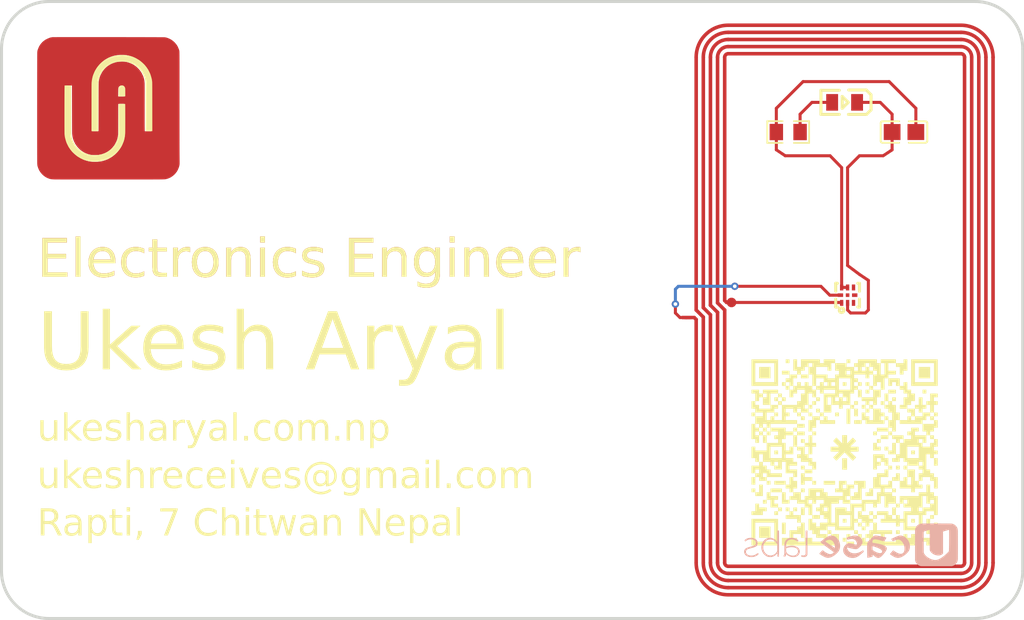
<source format=kicad_pcb>
(kicad_pcb (version 20240108) (generator "pcbnew") (generator_version "8.0")
  (layers (0 "F.Cu" signal "TopLayer") (31 "B.Cu" signal "BottomLayer") (34 "B.Paste" user "BottomPasteMaskLayer") (35 "F.Paste" user "TopPasteMaskLayer") (36 "B.SilkS" user "BottomSilkLayer") (37 "F.SilkS" user "TopSilkLayer") (38 "B.Mask" user "BottomSolderMaskLayer") (39 "F.Mask" user "TopSolderMaskLayer") (44 "Edge.Cuts" user "BoardOutLine"))
  (net 0 "")
  (net 1 "U1_8")
  (net 2 "U1_1")
  (net 3 "U1_2")
  (net 4 "U1_7")
  (net 5 "LED1_1")
  (footprint "BackupProjects_aryal.ukesh_personal_0_20240502:R0805" (layer "F.Cu") (at 176.2499 91 180)
    (property "Reference" "R1" (hide yes))
    (property "Value" "47Ω" (hide yes))
  )
  (footprint "BackupProjects_aryal.ukesh_personal_0_20240502:XQFN-8_L1.6-W1.6-P0.50-BL" (layer "F.Cu") (at 181.2498 104.75)
    (property "Reference" "U1" (hide yes))
    (property "Value" "NT3H2111W0FHKH" (hide yes))
  )
  (footprint "BackupProjects_aryal.ukesh_personal_0_20240502:LED0805-R-RD" (layer "F.Cu") (at 180.9999 88.5 180)
    (property "Reference" "LED1" (hide yes))
    (property "Value" "17-21SUYC/TR8" (hide yes))
  )
  (footprint "BackupProjects_aryal.ukesh_personal_0_20240502:C0805" (layer "F.Cu") (at 185.9998 91)
    (property "Reference" "C2" (hide yes))
    (property "Value" "220nF" (hide yes))
  )
  (footprint "BackupProjects_aryal.ukesh_personal_0_20240502:25X48MM_NFC_ANTENNA" (layer "F.Cu") (at 180.9999 105.9999 90)
    (property "Reference" "1" (hide yes))
    (property "Value" "25X48MM_NFC_ANTENNA" (hide yes))
  )
  (footprint "Assets:ua_linktree_16mm_16mm" (layer "F.Cu") (at 181 118)
    (property "Reference" "G***" (hide yes))
    (property "Value" "LOGO" (hide yes))
  )
  (gr_poly (pts (xy 118.13227 82.999334) (xy 119.012962 82.9999) (xy 119.893561 83.000733) (xy 120.746618 83.001811) (xy 121.544683 83.003112) (xy 122.260307 83.004615) (xy 122.86604 83.006297) (xy 123.334433 83.008137) (xy 123.638036 83.010111) (xy 123.7494 83.0122) (xy 123.752539 83.013256) (xy 123.8023 83.0226) (xy 123.810794 83.023142) (xy 123.8599 83.0347) (xy 123.9086 83.0467) (xy 123.942 83.0555) (xy 123.978806 83.070547) (xy 124.0304 83.089) (xy 124.051502 83.097016) (xy 124.0986 83.117025) (xy 124.145515 83.138359) (xy 124.1992 83.1638) (xy 124.218216 83.173502) (xy 124.261771 83.198065) (xy 124.306 83.2261) (xy 124.3446 83.2511) (xy 124.3838 83.2779) (xy 124.391107 83.283843) (xy 124.4321 83.3163) (xy 124.466307 83.343988) (xy 124.505534 83.377118) (xy 124.554709 83.420164) (xy 124.5913 83.4556) (xy 124.6193 83.4899) (xy 124.636084 83.508892) (xy 124.668919 83.548223) (xy 124.705512 83.593712) (xy 124.739754 83.637651) (xy 124.775 83.6865) (xy 124.77944 83.694092) (xy 124.8065 83.7402) (xy 124.827867 83.7785) (xy 124.852452 83.82874) (xy 124.8744 83.8789) (xy 124.877904 83.887197) (xy 124.899736 83.938269) (xy 124.9221 83.9891) (xy 124.9349 84.0254) (xy 124.9469 84.0553) (xy 124.959 84.0931) (xy 124.9686 84.1308) (xy 124.976023 84.156309) (xy 124.981582 84.225773) (xy 124.983739 84.292308) (xy 124.985522 84.388215) (xy 124.986961 84.519624) (xy 124.988087 84.692662) (xy 124.988931 84.913457) (xy 124.989522 85.188138) (xy 124.989893 85.522833) (xy 124.990073 85.92367) (xy 124.990093 86.396777) (xy 124.989984 86.948282) (xy 124.989776 87.584313) (xy 124.9895 88.311) (xy 124.989344 88.816783) (xy 124.989252 89.292382) (xy 124.989224 89.738246) (xy 124.989262 90.154823) (xy 124.989365 90.542562) (xy 124.989535 90.901911) (xy 124.989771 91.23332) (xy 124.990075 91.537237) (xy 124.990446 91.81411) (xy 124.990886 92.064389) (xy 124.991395 92.288522) (xy 124.991975 92.486957) (xy 124.992624 92.660144) (xy 124.993344 92.808531) (xy 124.994136 92.932567) (xy 124.995 93.0327) (xy 124.995915 93.123909) (xy 124.99671 93.207752) (xy 124.997387 93.284454) (xy 124.997943 93.354242) (xy 124.99838 93.417342) (xy 124.998698 93.473983) (xy 124.998896 93.524388) (xy 124.998933 93.607405) (xy 124.998493 93.668204) (xy 124.9953 93.7349) (xy 124.991356 93.749186) (xy 124.9825 93.8007) (xy 124.981172 93.810564) (xy 124.9706 93.8596) (xy 124.9589 93.9023) (xy 124.9471 93.9462) (xy 124.933552 93.9801) (xy 124.9167 94.0276) (xy 124.9014 94.0668) (xy 124.895302 94.080917) (xy 124.8744 94.1301) (xy 124.862024 94.158639) (xy 124.835673 94.214944) (xy 124.810152 94.264475) (xy 124.7812 94.311) (xy 124.7644 94.3382) (xy 124.741 94.3716) (xy 124.733612 94.380287) (xy 124.7029 94.4218) (xy 124.680276 94.451806) (xy 124.6467 94.4909) (xy 124.632792 94.505979) (xy 124.5972 94.5479) (xy 124.584812 94.562239) (xy 124.5449 94.5992) (xy 124.520091 94.619919) (xy 124.4793 94.6561) (xy 124.438018 94.691773) (xy 124.3937 94.7219) (xy 124.3801 94.7333) (xy 124.347356 94.759116) (xy 124.3017 94.7886) (xy 124.294127 94.793389) (xy 124.244412 94.822587) (xy 124.1992 94.8442) (xy 124.1811 94.8532) (xy 124.1359 94.8748) (xy 124.124076 94.880121) (xy 124.0756 94.9025) (xy 124.0407 94.9141) (xy 124.0062 94.9261) (xy 123.9718 94.9382) (xy 123.9436 94.9473) (xy 123.9014 94.9599) (xy 123.872533 94.964739) (xy 123.8193 94.9746) (xy 123.795453 94.979223) (xy 123.734017 94.98675) (xy 123.681629 94.989734) (xy 123.604929 94.992253) (xy 123.496518 94.994347) (xy 123.348995 94.996057) (xy 123.154962 94.997425) (xy 122.907019 94.998489) (xy 122.597767 94.999293) (xy 122.219807 94.999875) (xy 121.765739 95.000278) (xy 121.228163 95.00054) (xy 120.599681 95.000705) (xy 119.872893 95.000811) (xy 119.0404 95.0009) (xy 118.402065 95.000969) (xy 117.821746 95.000988) (xy 117.29694 95.000953) (xy 116.825146 95.00086) (xy 116.403864 95.000706) (xy 116.030592 95.000486) (xy 115.702829 95.000198) (xy 115.418075 94.999837) (xy 115.173827 94.9994) (xy 114.967585 94.998883) (xy 114.796848 94.998282) (xy 114.659115 94.997595) (xy 114.551885 94.996816) (xy 114.472656 94.995943) (xy 114.3882 94.9939) (xy 114.35204 94.991684) (xy 114.283978 94.986342) (xy 114.221678 94.979801) (xy 114.165246 94.972082) (xy 114.114784 94.963205) (xy 114.050517 94.94776) (xy 113.9867 94.9233) (xy 113.958 94.9141) (xy 113.9308 94.9056) (xy 113.926909 94.903577) (xy 113.8816 94.8821) (xy 113.850358 94.867709) (xy 113.790533 94.838685) (xy 113.739712 94.812164) (xy 113.6947 94.7845) (xy 113.6676 94.7676) (xy 113.6341 94.7443) (xy 113.625395 94.736895) (xy 113.5837 94.706) (xy 113.528349 94.663888) (xy 113.47067 94.612521) (xy 113.412346 94.553875) (xy 113.355062 94.489925) (xy 113.300501 94.422646) (xy 113.250348 94.354015) (xy 113.206286 94.286008) (xy 113.17 94.2206) (xy 113.15725 94.195075) (xy 113.1325 94.1458) (xy 113.110381 94.094544) (xy 113.0917 94.0395) (xy 113.0837 94.0184) (xy 113.076489 94.002481) (xy 113.0593 93.9522) (xy 113.048524 93.917003) (xy 113.0338 93.8691) (xy 113.025751 93.836242) (xy 113.017256 93.778526) (xy 113.011404 93.716651) (xy 113.0074 93.6598) (xy 113.005637 93.527913) (xy 113.004169 93.211157) (xy 113.002988 92.736143) (xy 113.002085 92.129482) (xy 113.001455 91.417787) (xy 113.001087 90.62767) (xy 113.000976 89.785741) (xy 113.001112 88.918612) (xy 113.001481 88.070867) (xy 115.382881 88.070867) (xy 115.383105 88.42781) (xy 115.383552 88.809209) (xy 115.3842 89.2028) (xy 115.385025 89.596315) (xy 115.386007 89.977489) (xy 115.387121 90.334057) (xy 115.388346 90.653753) (xy 115.389659 90.92431) (xy 115.391037 91.133465) (xy 115.3939 91.3185) (xy 115.400837 91.34845) (xy 115.4068 91.4015) (xy 115.409339 91.429142) (xy 115.419 91.4795) (xy 115.421324 91.484157) (xy 115.4311 91.5352) (xy 115.433832 91.555314) (xy 115.4458 91.6048) (xy 115.4557 91.647) (xy 115.4676 91.6909) (xy 115.4794 91.732) (xy 115.492107 91.777654) (xy 115.5159 91.8278) (xy 115.5279 91.8611) (xy 115.5399 91.8945) (xy 115.552 91.9269) (xy 115.5647 91.9646) (xy 115.569023 91.974071) (xy 115.5897 92.0196) (xy 115.6072 92.0558) (xy 115.6189 92.0799) (xy 115.628814 92.102127) (xy 115.651375 92.149398) (xy 115.674963 92.195324) (xy 115.7054 92.2483) (xy 115.719424 92.270346) (xy 115.7456 92.3143) (xy 115.7691 92.3571) (xy 115.7977 92.3979) (xy 115.8173 92.4262) (xy 115.8414 92.4628) (xy 115.8655 92.5007) (xy 115.8901 92.5326) (xy 115.900006 92.543784) (xy 115.936523 92.586661) (xy 115.9738 92.6316) (xy 115.986906 92.647147) (xy 116.021158 92.685391) (xy 116.063239 92.730262) (xy 116.109679 92.778271) (xy 116.157009 92.825929) (xy 116.201762 92.869747) (xy 116.240467 92.906237) (xy 116.2796 92.9396) (xy 116.292583 92.949003) (xy 116.338518 92.98409) (xy 116.380029 93.016912) (xy 116.4234 93.0525) (xy 116.435103 93.061818) (xy 116.4776 93.09) (xy 116.5184 93.1161) (xy 116.525912 93.121945) (xy 116.5699 93.150839) (xy 116.6163 93.1772) (xy 116.6495 93.1947) (xy 116.6736 93.2072) (xy 116.710037 93.22605) (xy 116.7533 93.253) (xy 116.7918 93.2738) (xy 116.8059 93.2825) (xy 116.8304 93.2949) (xy 116.848273 93.301101) (xy 116.896 93.3225) (xy 116.905944 93.32725) (xy 116.954 93.3462) (xy 116.9872 93.3583) (xy 117.0203 93.3703) (xy 117.0535 93.3824) (xy 117.094 93.3946) (xy 117.1349 93.4065) (xy 117.1697 93.4184) (xy 117.2147 93.4306) (xy 117.2602 93.4427) (xy 117.2965 93.4539) (xy 117.305659 93.457425) (xy 117.3578 93.4692) (xy 117.374164 93.471418) (xy 117.4241 93.4816) (xy 117.465212 93.488412) (xy 117.5214 93.4932) (xy 117.555415 93.495724) (xy 117.6059 93.5041) (xy 117.658556 93.510037) (xy 117.724713 93.512677) (xy 117.805473 93.514217) (xy 117.892061 93.514618) (xy 117.975699 93.513842) (xy 118.047612 93.511851) (xy 118.1143 93.5065) (xy 118.119419 93.505501) (xy 118.17446 93.497846) (xy 118.227 93.4934) (xy 118.249107 93.49185) (xy 118.298953 93.486503) (xy 118.3511 93.4784) (xy 118.375018 93.473887) (xy 118.4248 93.4668) (xy 118.4706 93.4547) (xy 118.5145 93.4428) (xy 118.534729 93.439409) (xy 118.585233 93.425399) (xy 118.6329 93.4085) (xy 118.6781 93.3945) (xy 118.689925 93.391749) (xy 118.738704 93.376799) (xy 118.7878 93.3574) (xy 118.8201 93.3462) (xy 118.848766 93.336658) (xy 118.8999 93.3136) (xy 118.9404 93.298) (xy 118.942058 93.297721) (xy 118.987551 93.275724) (xy 119.0314 93.2505) (xy 119.0766 93.2257) (xy 119.1113 93.2076) (xy 119.1324 93.1957) (xy 119.148041 93.186756) (xy 119.193404 93.159599) (xy 119.2424 93.129) (xy 119.2832 93.1052) (xy 119.323356 93.079643) (xy 119.3646 93.0447) (xy 119.4043 93.0121) (xy 119.4414 92.9844) (xy 119.450526 92.977098) (xy 119.4926 92.9462) (xy 119.498631 92.941783) (xy 119.539325 92.906916) (xy 119.5775 92.8713) (xy 119.612608 92.837478) (xy 119.650361 92.801167) (xy 119.6891 92.764) (xy 119.725513 92.727024) (xy 119.7579 92.6886) (xy 119.766869 92.676599) (xy 119.799855 92.63631) (xy 119.840247 92.589106) (xy 119.8815 92.5442) (xy 119.883264 92.542097) (xy 119.913924 92.498173) (xy 119.942164 92.456397) (xy 119.970796 92.413418) (xy 119.9997 92.3689) (xy 120.0275 92.3287) (xy 120.028537 92.327453) (xy 120.0548 92.2849) (xy 120.060719 92.274124) (xy 120.0857 92.2306) (xy 120.1047 92.1944) (xy 120.1168 92.1703) (xy 120.136192 92.132618) (xy 120.1574 92.0859) (xy 120.168936 92.060833) (xy 120.1925 92.0115) (xy 120.2072 91.9764) (xy 120.210133 91.967421) (xy 120.2314 91.9194) (xy 120.236225 91.908917) (xy 120.2555 91.8591) (xy 120.2669 91.8248) (xy 120.2827 91.7784) (xy 120.2946 91.7422) (xy 120.3056 91.6997) (xy 120.3185 91.6545) (xy 120.3278 91.6207) (xy 120.328035 91.616705) (xy 120.3393 91.5664) (xy 120.345167 91.543604) (xy 120.3543 91.49) (xy 120.356389 91.472773) (xy 120.3665 91.4207) (xy 120.374348 91.369077) (xy 120.3785 91.314) (xy 120.381708 91.268363) (xy 120.3895 91.2176) (xy 120.392141 91.181728) (xy 120.394407 91.094898) (xy 120.396298 90.964434) (xy 120.39782 90.797662) (xy 120.398974 90.601907) (xy 120.399763 90.384495) (xy 120.400192 90.15275) (xy 120.400262 89.914) (xy 120.399977 89.675567) (xy 120.39934 89.444779) (xy 120.398355 89.228961) (xy 120.397023 89.035437) (xy 120.395349 88.871534) (xy 120.393334 88.744576) (xy 120.3883 88.6308) (xy 120.331588 88.621925) (xy 120.255081 88.618327) (xy 120.161196 88.616574) (xy 120.061574 88.616658) (xy 119.967858 88.618571) (xy 119.891689 88.622304) (xy 119.8358 88.6313) (xy 119.833824 88.634132) (xy 119.828148 88.685067) (xy 119.826412 88.759033) (xy 119.825762 88.814325) (xy 119.825235 88.884178) (xy 119.824814 88.97036) (xy 119.824483 89.074638) (xy 119.824226 89.198778) (xy 119.824026 89.344547) (xy 119.823865 89.513712) (xy 119.823729 89.708041) (xy 119.8236 89.9293) (xy 119.823504 90.060367) (xy 119.823368 90.188034) (xy 119.823195 90.311628) (xy 119.822987 90.430476) (xy 119.822746 90.543906) (xy 119.822475 90.651245) (xy 119.822175 90.751822) (xy 119.82185 90.844962) (xy 119.821501 90.929994) (xy 119.821131 91.006246) (xy 119.820742 91.073044) (xy 119.819918 91.175591) (xy 119.8186 91.2417) (xy 119.817549 91.24775) (xy 119.8057 91.2986) (xy 119.802389 91.312889) (xy 119.7972 91.3635) (xy 119.796265 91.380014) (xy 119.7851 91.4331) (xy 119.7731 91.484) (xy 119.761 91.5311) (xy 119.749 91.5798) (xy 119.7369 91.6216) (xy 119.7248 91.6576) (xy 119.7128 91.6924) (xy 119.7007 91.7261) (xy 119.6921 91.7533) (xy 119.687281 91.762614) (xy 119.6645 91.8085) (xy 119.645469 91.846999) (xy 119.6213 91.8929) (xy 119.6093 91.9171) (xy 119.59081 91.956578) (xy 119.5645 92.002) (xy 119.556 92.0147) (xy 119.548673 92.03114) (xy 119.520799 92.080299) (xy 119.493 92.1237) (xy 119.4866 92.132176) (xy 119.45369 92.173662) (xy 119.4189 92.2155) (xy 119.404823 92.232856) (xy 119.3718 92.2758) (xy 119.335585 92.318317) (xy 119.300897 92.355427) (xy 119.26163 92.395727) (xy 119.221089 92.435941) (xy 119.165123 92.488931) (xy 119.1169 92.5287) (xy 119.094139 92.54386) (xy 119.047904 92.576952) (xy 119.0012 92.6125) (xy 118.959 92.6403) (xy 118.934322 92.654991) (xy 118.8897 92.6829) (xy 118.8817 92.687902) (xy 118.83705 92.713395) (xy 118.784987 92.740958) (xy 118.7275 92.7673) (xy 118.690811 92.781573) (xy 118.6443 92.8041) (xy 118.611 92.8155) (xy 118.5776 92.8276) (xy 118.5367 92.8397) (xy 118.4947 92.8517) (xy 118.4624 92.8638) (xy 118.4275 92.8757) (xy 118.3799 92.8878) (xy 118.374926 92.888078) (xy 118.3243 92.9) (xy 118.308215 92.904678) (xy 118.2552 92.9123) (xy 118.247697 92.912527) (xy 118.1962 92.9218) (xy 118.180051 92.92565) (xy 118.119655 92.931818) (xy 118.031167 92.935938) (xy 117.979902 92.93723) (xy 117.925832 92.938009) (xy 117.870362 92.938275) (xy 117.814898 92.938027) (xy 117.760845 92.937266) (xy 117.70961 92.935992) (xy 117.621215 92.931899) (xy 117.5449 92.9219) (xy 117.542305 92.920936) (xy 117.492 92.9123) (xy 117.478132 92.911221) (xy 117.4289 92.9) (xy 117.425305 92.898758) (xy 117.3763 92.8877) (xy 117.3339 92.8758) (xy 117.302 92.864) (xy 117.2706 92.8517) (xy 117.2331 92.8395) (xy 117.1952 92.8276) (xy 117.1643 92.8157) (xy 117.130752 92.803593) (xy 117.082136 92.78196) (xy 117.031314 92.758368) (xy 116.9678 92.7283) (xy 116.9264 92.7034) (xy 116.9126 92.6948) (xy 116.8756 92.6725) (xy 116.86179 92.662762) (xy 116.8189 92.6361) (xy 116.7766 92.61) (xy 116.756383 92.594564) (xy 116.7158 92.5636) (xy 116.696935 92.549296) (xy 116.6542 92.5185) (xy 116.647383 92.513358) (xy 116.608271 92.478179) (xy 116.571593 92.443161) (xy 116.53105 92.403462) (xy 116.4906 92.362999) (xy 116.454203 92.325689) (xy 116.4094 92.2762) (xy 116.387473 92.246674) (xy 116.3536 92.2063) (xy 116.345732 92.19672) (xy 116.3145 92.1539) (xy 116.2875 92.1161) (xy 116.279864 92.105909) (xy 116.24855 92.060272) (xy 116.22 92.0174) (xy 116.196909 91.97667) (xy 116.172611 91.929254) (xy 116.145099 91.87301) (xy 116.116865 91.813003) (xy 116.0904 91.7543) (xy 116.0699 91.7108) (xy 116.0583 91.6777) (xy 116.0465 91.6427) (xy 116.0346 91.6082) (xy 116.0223 91.5673) (xy 116.0103 91.5191) (xy 115.9982 91.4708) (xy 115.9862 91.4201) (xy 115.985648 91.412463) (xy 115.9741 91.3623) (xy 115.967058 91.333558) (xy 115.9619 91.2816) (xy 115.96011 91.25092) (xy 115.9518 91.1995) (xy 115.947366 91.155036) (xy 115.945172 91.079248) (xy 115.944258 91.020559) (xy 115.943448 90.94492) (xy 115.942725 90.850012) (xy 115.942074 90.733519) (xy 115.941481 90.593125) (xy 115.940931 90.426513) (xy 115.940409 90.231367) (xy 115.9399 90.005369) (xy 115.939388 89.746202) (xy 115.939174 89.626712) (xy 117.602458 89.626712) (xy 117.602685 89.971374) (xy 117.603273 90.280268) (xy 117.60424 90.541662) (xy 117.605605 90.743821) (xy 117.6096 90.9235) (xy 117.663405 90.930316) (xy 117.739859 90.933627) (xy 117.834696 90.93582) (xy 117.885237 90.936462) (xy 117.935847 90.936781) (xy 118.031238 90.936396) (xy 118.108798 90.934552) (xy 118.1653 90.9288) (xy 118.169549 90.898903) (xy 118.171573 90.832128) (xy 118.172376 90.778095) (xy 118.173057 90.707368) (xy 118.173625 90.61775) (xy 118.174092 90.507042) (xy 118.174469 90.373048) (xy 118.174769 90.213569) (xy 118.175003 90.026409) (xy 118.175181 89.809369) (xy 118.175316 89.560253) (xy 118.175418 89.276862) (xy 118.1755 88.957) (xy 118.175613 88.605585) (xy 118.17578 88.293153) (xy 118.176022 88.017379) (xy 118.176076 87.9789) (xy 119.8202 87.9789) (xy 119.8367 87.9942) (xy 119.8532 88.0095) (xy 120.1147 88.0095) (xy 120.200178 88.00947) (xy 120.264812 88.009285) (xy 120.329476 88.008395) (xy 120.3889 87.9967) (xy 120.4018 87.9839) (xy 120.3978 87.6485) (xy 120.397059 87.58586) (xy 120.395613 87.482412) (xy 120.393906 87.404291) (xy 120.391569 87.346955) (xy 120.383535 87.276473) (xy 120.3634 87.2244) (xy 120.352 87.1937) (xy 120.341464 87.175695) (xy 120.300579 87.135443) (xy 120.2573 87.1052) (xy 120.2163 87.0851) (xy 120.197895 87.076876) (xy 120.127781 87.069684) (xy 120.07379 87.077551) (xy 120.018825 87.093775) (xy 119.967018 87.116832) (xy 119.904277 87.160905) (xy 119.8719 87.2118) (xy 119.8597 87.2381) (xy 119.840897 87.281356) (xy 119.834037 87.333675) (xy 119.830777 87.385799) (xy 119.82827 87.455225) (xy 119.826262 87.544957) (xy 119.825366 87.598376) (xy 119.8245 87.658) (xy 119.8202 87.9789) (xy 118.176076 87.9789) (xy 118.176359 87.775937) (xy 118.176812 87.566501) (xy 118.177401 87.386746) (xy 118.178149 87.234345) (xy 118.179075 87.106975) (xy 118.180199 87.002308) (xy 118.181544 86.918019) (xy 118.18313 86.851783) (xy 118.187107 86.764167) (xy 118.1954 86.71) (xy 118.198181 86.701238) (xy 118.2052 86.6497) (xy 118.205497 86.641941) (xy 118.2149 86.5894) (xy 118.21683 86.583898) (xy 118.2291 86.5321) (xy 118.23103 86.521062) (xy 118.2434 86.4718) (xy 118.250786 86.448915) (xy 118.2658 86.3995) (xy 118.271851 86.379898) (xy 118.2904 86.3285) (xy 118.3017 86.2922) (xy 118.3138 86.2592) (xy 118.3258 86.2306) (xy 118.3442 86.1929) (xy 118.3678 86.1523) (xy 118.380875 86.126662) (xy 118.4052 86.0777) (xy 118.417086 86.053653) (xy 118.4437 86.001662) (xy 118.4705 85.9563) (xy 118.4924 85.9201) (xy 118.505581 85.89974) (xy 118.53532 85.858511) (xy 118.569586 85.813598) (xy 118.6032 85.7729) (xy 118.607343 85.768271) (xy 118.6374 85.7277) (xy 118.64251 85.72072) (xy 118.677612 85.681275) (xy 118.712789 85.644618) (xy 118.753 85.6044) (xy 118.786156 85.572217) (xy 118.829216 85.531853) (xy 118.879543 85.488282) (xy 118.929272 85.450117) (xy 118.9711 85.4209) (xy 118.974534 85.418561) (xy 119.0163 85.3902) (xy 119.01939 85.388129) (xy 119.0615 85.3611) (xy 119.081323 85.348576) (xy 119.1279 85.319) (xy 119.131584 85.316702) (xy 119.175443 85.292288) (xy 119.2213 85.2693) (xy 119.258808 85.251373) (xy 119.3039 85.2292) (xy 119.3371 85.2175) (xy 119.366 85.2055) (xy 119.3949 85.1935) (xy 119.4294 85.1814) (xy 119.4699 85.1693) (xy 119.5093 85.1573) (xy 119.5402 85.1452) (xy 119.5749 85.1333) (xy 119.6223 85.121) (xy 119.6676 85.1116) (xy 119.69505 85.104578) (xy 119.7448 85.0968) (xy 119.761145 85.094755) (xy 119.8112 85.0839) (xy 119.81936 85.081581) (xy 119.87472 85.076079) (xy 119.933167 85.072893) (xy 119.98317 85.070779) (xy 120.042297 85.068654) (xy 120.1108 85.0665) (xy 120.152917 85.066019) (xy 120.202975 85.066629) (xy 120.25712 85.068147) (xy 120.3115 85.070387) (xy 120.38508 85.074701) (xy 120.4543 85.0829) (xy 120.462098 85.08558) (xy 120.5115 85.0947) (xy 120.523606 85.096194) (xy 120.5762 85.1095) (xy 120.6276 85.1211) (xy 120.6627 85.1293) (xy 120.6987 85.1452) (xy 120.7347 85.1612) (xy 120.765 85.1693) (xy 120.8058 85.1814) (xy 120.8377 85.1935) (xy 120.8694 85.2047) (xy 120.874473 85.207237) (xy 120.9218 85.2293) (xy 120.928317 85.232203) (xy 120.9743 85.2542) (xy 121.0051 85.2658) (xy 121.029 85.2779) (xy 121.0507 85.2899) (xy 121.084778 85.308132) (xy 121.1266 85.3365) (xy 121.138281 85.344426) (xy 121.1812 85.3713) (xy 121.198672 85.381751) (xy 121.243319 85.412385) (xy 121.2886 85.4467) (xy 121.312099 85.4645) (xy 121.356 85.4963) (xy 121.377037 85.513334) (xy 121.427092 85.560006) (xy 121.467874 85.600201) (xy 121.510652 85.643661) (xy 121.552054 85.686959) (xy 121.588705 85.726667) (xy 121.6274 85.772) (xy 121.659003 85.813569) (xy 121.694711 85.861771) (xy 121.724145 85.903195) (xy 121.7539 85.9479) (xy 121.7776 85.9841) (xy 121.802567 86.027325) (xy 121.827927 86.07618) (xy 121.856263 86.133658) (xy 121.885134 86.194838) (xy 121.9121 86.2548) (xy 121.9326 86.2982) (xy 121.9439 86.3301) (xy 121.956 86.3633) (xy 121.9683 86.4007) (xy 121.9801 86.4387) (xy 121.9921 86.4839) (xy 122.0044 86.5313) (xy 122.005604 86.534117) (xy 122.0163 86.5831) (xy 122.016486 86.588818) (xy 122.0255 86.6382) (xy 122.034643 86.689638) (xy 122.0405 86.7462) (xy 122.044875 86.793564) (xy 122.0528 86.8457) (xy 122.055052 86.896792) (xy 122.056187 86.980314) (xy 122.056646 87.037635) (xy 122.057033 87.10565) (xy 122.05735 87.1846) (xy 122.057596 87.274724) (xy 122.057772 87.376264) (xy 122.057879 87.48946) (xy 122.057918 87.614553) (xy 122.057889 87.751782) (xy 122.057792 87.90139) (xy 122.057629 88.063615) (xy 122.0574 88.2387) (xy 122.056953 88.586794) (xy 122.056629 88.907976) (xy 122.056427 89.202876) (xy 122.056351 89.472128) (xy 122.056402 89.716363) (xy 122.056582 89.936216) (xy 122.056893 90.132317) (xy 122.057337 90.3053) (xy 122.057916 90.455796) (xy 122.058631 90.58444) (xy 122.059485 90.691862) (xy 122.060479 90.778696) (xy 122.061616 90.845575) (xy 122.0659 90.9328) (xy 122.078105 90.937728) (xy 122.131642 90.939901) (xy 122.1909 90.9392) (xy 122.217632 90.938834) (xy 122.282394 90.938389) (xy 122.336522 90.93831) (xy 122.39129 90.938454) (xy 122.4589 90.939) (xy 122.500832 90.939462) (xy 122.561452 90.93946) (xy 122.6176 90.9324) (xy 122.620647 90.882134) (xy 122.623095 90.746182) (xy 122.624968 90.53674) (xy 122.626292 90.266007) (xy 122.627093 89.94618) (xy 122.627396 89.589457) (xy 122.627227 89.208035) (xy 122.626612 88.814112) (xy 122.625576 88.419885) (xy 122.624145 88.037553) (xy 122.622345 87.679312) (xy 122.620201 87.35736) (xy 122.617739 87.083896) (xy 122.614984 86.871116) (xy 122.611962 86.731218) (xy 122.6087 86.6764) (xy 122.604414 86.657939) (xy 122.5981 86.604) (xy 122.592834 86.557664) (xy 122.5825 86.5024) (xy 122.580201 86.493066) (xy 122.5711 86.4421) (xy 122.571038 86.440338) (xy 122.5594 86.3904) (xy 122.551679 86.366259) (xy 122.535594 86.313249) (xy 122.5228 86.2608) (xy 122.510717 86.22495) (xy 122.487939 86.170462) (xy 122.462 86.1114) (xy 122.4505 86.0781) (xy 122.4384 86.0482) (xy 122.4263 86.016) (xy 122.4179 85.9904) (xy 122.414637 85.98402) (xy 122.3932 85.9382) (xy 122.374778 85.898308) (xy 122.349863 85.848376) (xy 122.32501 85.803043) (xy 122.2948 85.7543) (xy 122.283539 85.737206) (xy 122.2554 85.6917) (xy 122.2334 85.6519) (xy 122.2062 85.612) (xy 122.1807 85.5763) (xy 122.179856 85.574909) (xy 122.1536 85.5318) (xy 122.132805 85.501934) (xy 122.0977 85.4591) (xy 122.078061 85.437258) (xy 122.037637 85.391187) (xy 122.0033 85.3472) (xy 121.995999 85.33807) (xy 121.954453 85.292689) (xy 121.915462 85.25248) (xy 121.872175 85.209012) (xy 121.828653 85.166318) (xy 121.788959 85.128429) (xy 121.7373 85.0832) (xy 121.721521 85.071915) (xy 121.6816 85.04) (xy 121.653474 85.016548) (xy 121.60935 84.981847) (xy 121.565254 84.948972) (xy 121.5228 84.92) (xy 121.4822 84.8914) (xy 121.466 84.8799) (xy 121.460744 84.877678) (xy 121.416547 84.852444) (xy 121.3711 84.825) (xy 121.3469 84.8129) (xy 121.3228 84.8008) (xy 121.2987 84.7877) (xy 121.2565 84.7625) (xy 121.249873 84.758268) (xy 121.204536 84.732511) (xy 121.1552 84.7112) (xy 121.125 84.6996) (xy 121.089278 84.682025) (xy 121.0394 84.6628) (xy 121.0069 84.6516) (xy 120.973991 84.637841) (xy 120.9248 84.6207) (xy 120.8796 84.6056) (xy 120.8764 84.604539) (xy 120.8254 84.5909) (xy 120.816732 84.589083) (xy 120.7681 84.5758) (xy 120.747902 84.569393) (xy 120.6987 84.5537) (xy 120.690986 84.551397) (xy 120.6407 84.5422) (xy 120.632627 84.541697) (xy 120.5834 84.531) (xy 120.53157 84.520902) (xy 120.4802 84.5158) (xy 120.445993 84.513077) (xy 120.3958 84.5046) (xy 120.343573 84.499304) (xy 120.276672 84.496982) (xy 120.194892 84.495662) (xy 120.10748 84.495373) (xy 120.023684 84.496144) (xy 119.952752 84.498003) (xy 119.8907 84.5029) (xy 119.837487 84.510955) (xy 119.7851 84.5156) (xy 119.732788 84.520857) (xy 119.6803 84.531) (xy 119.664 84.535365) (xy 119.6127 84.5422) (xy 119.601723 84.542733) (xy 119.55 84.5543) (xy 119.5065 84.5663) (xy 119.468893 84.573951) (xy 119.420564 84.587731) (xy 119.3721 84.6029) (xy 119.3269 84.6148) (xy 119.2937 84.6266) (xy 119.2604 84.6385) (xy 119.2288 84.6507) (xy 119.1979 84.6628) (xy 119.150653 84.679856) (xy 119.1028 84.7024) (xy 119.078 84.711) (xy 119.055946 84.719096) (xy 119.006348 84.74319) (xy 118.9536 84.7738) (xy 118.9276 84.7866) (xy 118.9042 84.7991) (xy 118.8917 84.8075) (xy 118.87289 84.816112) (xy 118.827781 84.840936) (xy 118.7841 84.8682) (xy 118.763 84.8822) (xy 118.739764 84.895189) (xy 118.6896 84.925137) (xy 118.6474 84.9578) (xy 118.635692 84.968) (xy 118.593122 85.002232) (xy 118.55 85.035) (xy 118.515244 85.062456) (xy 118.472826 85.098634) (xy 118.426079 85.140394) (xy 118.378337 85.1846) (xy 118.332934 85.228111) (xy 118.293204 85.26779) (xy 118.2441 85.3231) (xy 118.231436 85.340744) (xy 118.199 85.3804) (xy 118.185733 85.395039) (xy 118.151114 85.434218) (xy 118.114487 85.4787) (xy 118.084742 85.519506) (xy 118.0575 85.5623) (xy 118.0319 85.6003) (xy 118.0123 85.6312) (xy 117.9897 85.6658) (xy 117.969228 85.694863) (xy 117.941 85.7422) (xy 117.9179 85.7844) (xy 117.899778 85.817376) (xy 117.87642 85.864104) (xy 117.852851 85.914771) (xy 117.83 85.9653) (xy 117.828701 85.968176) (xy 117.8065 86.0147) (xy 117.7952 86.0452) (xy 117.792269 86.055048) (xy 117.7711 86.1026) (xy 117.766241 86.112656) (xy 117.7469 86.1613) (xy 117.7349 86.1945) (xy 117.7227 86.2319) (xy 117.7107 86.272) (xy 117.6987 86.315) (xy 117.6868 86.3581) (xy 117.6747 86.4032) (xy 117.674148 86.410502) (xy 117.6625 86.4598) (xy 117.660089 86.467845) (xy 117.6505 86.5198) (xy 117.649049 86.53579) (xy 117.6386 86.5868) (xy 117.629625 86.634887) (xy 117.6262 86.6889) (xy 117.622975 86.743525) (xy 117.616 86.7944) (xy 117.613626 86.85136) (xy 117.61143 86.989893) (xy 117.60943 87.198266) (xy 117.607645 87.464743) (xy 117.606092 87.777592) (xy 117.60479 88.125078) (xy 117.603757 88.495466) (xy 117.603012 88.877025) (xy 117.602573 89.258018) (xy 117.602458 89.626712) (xy 115.939174 89.626712) (xy 115.93886 89.451552) (xy 115.9383 89.1191) (xy 115.9349 87.0779) (xy 115.6619 87.0763) (xy 115.623361 87.076103) (xy 115.556714 87.075893) (xy 115.502991 87.075951) (xy 115.444062 87.0766) (xy 115.3859 87.0823) (xy 115.384669 87.132974) (xy 115.383774 87.269434) (xy 115.383193 87.479414) (xy 115.382903 87.750646) (xy 115.382881 88.070867) (xy 113.001481 88.070867) (xy 113.001489 88.052896) (xy 113.002098 87.215203) (xy 113.002932 86.432146) (xy 113.003982 85.730335) (xy 113.005242 85.136384) (xy 113.006704 84.676903) (xy 113.008359 84.378504) (xy 113.0102 84.2678) (xy 113.0136 84.251379) (xy 113.019 84.2015) (xy 113.022345 84.170641) (xy 113.034428 84.119896) (xy 113.0506 84.0688) (xy 113.062239 84.035465) (xy 113.0827 83.9865) (xy 113.0917 83.9592) (xy 113.0999 83.936) (xy 113.1126 83.909) (xy 113.128812 83.86617) (xy 113.154379 83.811808) (xy 113.18541 83.753157) (xy 113.218012 83.697457) (xy 113.2572 83.6403) (xy 113.264701 83.630526) (xy 113.2945 83.589) (xy 113.311902 83.565564) (xy 113.3455 83.5261) (xy 113.358107 83.512482) (xy 113.3928 83.4718) (xy 113.411143 83.448825) (xy 113.449 83.4108) (xy 113.457982 83.40414) (xy 113.4965 83.3713) (xy 113.505071 83.36367) (xy 113.542984 83.330671) (xy 113.5834 83.3) (xy 113.594142 83.292351) (xy 113.6346 83.2623) (xy 113.6695 83.2397) (xy 113.6848 83.2286) (xy 113.717846 83.20811) (xy 113.76969 83.180773) (xy 113.815384 83.158034) (xy 113.8756 83.1298) (xy 113.878476 83.1285) (xy 113.925 83.1063) (xy 113.956 83.095) (xy 114.003322 83.078026) (xy 114.0514 83.0554) (xy 114.0846 83.0465) (xy 114.1258 83.0347) (xy 114.1771 83.0227) (xy 114.219765 83.017747) (xy 114.2706 83.0047) (xy 114.383352 83.00278) (xy 114.688158 83.001281) (xy 115.157569 83.000181) (xy 115.764135 82.999459) (xy 116.480407 82.999091) (xy 117.278936 82.999057)) (fill solid) (layer "F.Cu"))
  (gr_poly (pts (xy 176.618841 125.201701) (xy 176.6307 125.2037) (xy 176.680975 125.213587) (xy 176.6915 125.2156) (xy 176.749081 125.229611) (xy 176.801816 125.244996) (xy 176.851184 125.261954) (xy 176.8597 125.2662) (xy 176.876 125.2732) (xy 176.928967 125.296196) (xy 176.983618 125.324835) (xy 177.039299 125.356619) (xy 177.085422 125.385593) (xy 177.1114 125.4058) (xy 177.1009 125.4463) (xy 177.0817 125.4794) (xy 177.0537 125.5139) (xy 177.007854 125.48843) (xy 176.9898 125.4777) (xy 176.943018 125.450588) (xy 176.896409 125.425521) (xy 176.8923 125.4235) (xy 176.847356 125.401576) (xy 176.8377 125.3967) (xy 176.8144 125.3876) (xy 176.7896 125.3784) (xy 176.7651 125.3692) (xy 176.7324 125.3603) (xy 176.643638 125.338802) (xy 176.555237 125.331267) (xy 176.469199 125.33707) (xy 176.387525 125.355587) (xy 176.312216 125.386193) (xy 176.245275 125.428264) (xy 176.188702 125.481174) (xy 176.1445 125.5443) (xy 176.1341 125.563) (xy 176.113481 125.608808) (xy 176.1095 125.6223) (xy 176.1024 125.6471) (xy 176.090297 125.700827) (xy 176.084104 125.752974) (xy 176.079771 125.815109) (xy 176.0784 125.8491) (xy 176.0756 125.9388) (xy 176.0883 125.9437) (xy 176.1214 125.9391) (xy 176.1506 125.9298) (xy 176.1801 125.9228) (xy 176.231609 125.910115) (xy 176.284511 125.900378) (xy 176.350392 125.889965) (xy 176.3877 125.8846) (xy 176.443642 125.879152) (xy 176.510903 125.876201) (xy 176.5819 125.875755) (xy 176.649051 125.877821) (xy 176.704775 125.882409) (xy 176.7195 125.8845) (xy 176.779226 125.896298) (xy 176.840537 125.911537) (xy 176.891554 125.926982) (xy 176.9204 125.9394) (xy 176.9368 125.9462) (xy 176.985541 125.97095) (xy 177.032062 125.998893) (xy 177.0396 126.0037) (xy 177.094514 126.047) (xy 177.140775 126.099531) (xy 177.177735 126.159308) (xy 177.20475 126.22435) (xy 177.22117 126.292672) (xy 177.22635 126.362293) (xy 177.219642 126.43123) (xy 177.2004 126.4975) (xy 177.165458 126.570611) (xy 177.122748 126.634884) (xy 177.072517 126.690152) (xy 177.015012 126.73625) (xy 176.950481 126.773009) (xy 176.87917 126.800265) (xy 176.801327 126.817851) (xy 176.7172 126.8256) (xy 176.660833 126.826152) (xy 176.610942 126.822683) (xy 176.548335 126.813693) (xy 176.5326 126.8111) (xy 176.475933 126.799095) (xy 176.419035 126.782245) (xy 176.362698 126.760944) (xy 176.307712 126.735587) (xy 176.254868 126.706569) (xy 176.204957 126.674285) (xy 176.158771 126.639131) (xy 176.1171 126.6015) (xy 176.078988 126.568599) (xy 176.0624 126.6261) (xy 176.054927 126.685953) (xy 176.03138 126.743969) (xy 175.990497 126.779103) (xy 175.930299 126.793559) (xy 175.912 126.7942) (xy 175.863566 126.773638) (xy 175.862 126.731) (xy 175.865966 126.678585) (xy 175.887 126.6588) (xy 175.919689 126.616154) (xy 175.924807 126.537432) (xy 175.926389 126.451068) (xy 175.9268 126.395661) (xy 175.927035 126.331189) (xy 175.927149 126.256964) (xy 175.927184 126.199112) (xy 176.075812 126.199112) (xy 176.076559 126.26805) (xy 176.080331 126.328046) (xy 176.0846 126.3563) (xy 176.108082 126.419896) (xy 176.148259 126.48121) (xy 176.183562 126.520075) (xy 176.225151 126.556811) (xy 176.272573 126.590975) (xy 176.325374 126.622119) (xy 176.3831 126.6498) (xy 176.441433 126.670884) (xy 176.504115 126.686479) (xy 176.569164 126.696531) (xy 176.6346 126.700987) (xy 176.698441 126.699795) (xy 176.758709 126.692901) (xy 176.813422 126.680254) (xy 176.8606 126.6618) (xy 176.905262 126.637762) (xy 176.9413 126.6108) (xy 176.998839 126.552595) (xy 177.040396 126.48686) (xy 177.065918 126.416493) (xy 177.07535 126.344387) (xy 177.068637 126.273439) (xy 177.045728 126.206545) (xy 177.006566 126.1466) (xy 176.9511 126.0965) (xy 176.907866 126.069732) (xy 176.860069 126.045087) (xy 176.8501 126.0419) (xy 176.8324 126.035) (xy 176.77865 126.017362) (xy 176.725222 126.005639) (xy 176.6844 125.998) (xy 176.629493 125.993398) (xy 176.568616 125.9915) (xy 176.504232 125.991069) (xy 176.44838 125.992228) (xy 176.4131 125.9951) (xy 176.359306 126.002799) (xy 176.3457 126.0044) (xy 176.29299 126.012743) (xy 176.233215 126.025924) (xy 176.174519 126.041691) (xy 176.125045 126.057795) (xy 176.0875 126.0759) (xy 176.077944 126.134952) (xy 176.075812 126.199112) (xy 175.927184 126.199112) (xy 175.9272 126.1723) (xy 175.927273 126.09205) (xy 175.927402 126.021044) (xy 175.927621 125.95858) (xy 175.92796 125.903954) (xy 175.929135 125.815409) (xy 175.931187 125.749787) (xy 175.936483 125.682038) (xy 175.949055 125.619469) (xy 175.9534 125.6041) (xy 175.971884 125.549801) (xy 175.994964 125.49859) (xy 176.022452 125.450702) (xy 176.054162 125.406375) (xy 176.089908 125.365844) (xy 176.129504 125.329346) (xy 176.172763 125.297119) (xy 176.2195 125.2694) (xy 176.26465 125.2478) (xy 176.2921 125.2382) (xy 176.3123 125.2314) (xy 176.373792 125.216356) (xy 176.443526 125.207259) (xy 176.493788 125.202886) (xy 176.564876 125.199731)) (fill solid) (layer "B.SilkS"))
  (gr_poly (pts (xy 188.957716 123.989859) (xy 189.17855 123.990337) (xy 189.386305 123.991134) (xy 189.574437 123.99225) (xy 189.736398 123.993684) (xy 189.865643 123.995437) (xy 189.955626 123.997509) (xy 189.9998 123.9999) (xy 190.057515 124.009625) (xy 190.109765 124.023067) (xy 190.158803 124.041098) (xy 190.206884 124.064587) (xy 190.256262 124.094404) (xy 190.2734 124.1059) (xy 190.330757 124.153589) (xy 190.369714 124.193857) (xy 190.406993 124.237879) (xy 190.440662 124.283061) (xy 190.468791 124.326811) (xy 190.496371 124.384077) (xy 190.5022 124.4129) (xy 190.5092 124.4376) (xy 190.519915 124.48911) (xy 190.5232 124.5133) (xy 190.530962 124.562899) (xy 190.5348 124.5739) (xy 190.536827 124.679519) (xy 190.537643 124.800252) (xy 190.538325 124.956728) (xy 190.53887 125.141794) (xy 190.539278 125.348297) (xy 190.539547 125.569083) (xy 190.539675 125.797) (xy 190.539659 126.024892) (xy 190.539499 126.245608) (xy 190.539192 126.451994) (xy 190.538737 126.636896) (xy 190.538132 126.793161) (xy 190.537375 126.913636) (xy 190.536465 126.991166) (xy 190.5354 127.0186) (xy 190.5257 127.0665) (xy 190.512405 127.139314) (xy 190.489934 127.209609) (xy 190.458871 127.276562) (xy 190.4198 127.33935) (xy 190.373303 127.39715) (xy 190.319965 127.44914) (xy 190.260369 127.494498) (xy 190.1951 127.5324) (xy 190.146269 127.554686) (xy 190.092744 127.572514) (xy 190.0723 127.5784) (xy 190.0279 127.591) (xy 188.7312 127.591) (xy 188.510177 127.590994) (xy 188.315707 127.59097) (xy 188.146039 127.590916) (xy 187.999426 127.590821) (xy 187.874118 127.590674) (xy 187.768366 127.590462) (xy 187.680422 127.590174) (xy 187.608537 127.5898) (xy 187.550961 127.589327) (xy 187.471744 127.588039) (xy 187.416519 127.585085) (xy 187.4017 127.5823) (xy 187.33659 127.562428) (xy 187.278609 127.539258) (xy 187.225877 127.511769) (xy 187.176517 127.47894) (xy 187.128649 127.439752) (xy 187.1127 127.4251) (xy 187.069605 127.37984) (xy 187.031953 127.330281) (xy 186.999489 127.275984) (xy 186.971962 127.21651) (xy 186.949117 127.15142) (xy 186.9425 127.1284) (xy 186.9298 127.0817) (xy 186.9298 125.7966) (xy 186.929814 125.615517) (xy 186.92986 125.450895) (xy 186.929941 125.302045) (xy 186.930059 125.168276) (xy 186.930218 125.048898) (xy 186.930422 124.943222) (xy 186.930464 124.927879) (xy 187.656226 124.927879) (xy 187.656262 125.015851) (xy 187.656528 125.121697) (xy 187.656973 125.247079) (xy 187.657547 125.393659) (xy 187.6582 125.5631) (xy 187.6614 126.4342) (xy 187.6728 126.4691) (xy 187.702654 126.535291) (xy 187.732061 126.582757) (xy 187.767693 126.63126) (xy 187.808369 126.679398) (xy 187.852907 126.725773) (xy 187.900127 126.768982) (xy 187.948846 126.807627) (xy 187.9734 126.8248) (xy 188.015558 126.854367) (xy 188.0185 126.8565) (xy 188.09647 126.906927) (xy 188.182814 126.952231) (xy 188.274541 126.991507) (xy 188.368662 127.02385) (xy 188.462188 127.048355) (xy 188.552129 127.064118) (xy 188.635496 127.070235) (xy 188.7093 127.0658) (xy 188.769643 127.054568) (xy 188.831525 127.0391) (xy 188.886543 127.021756) (xy 188.9263 127.0049) (xy 188.9695 126.9838) (xy 189.019971 126.958215) (xy 189.074627 126.927664) (xy 189.130248 126.89412) (xy 189.183615 126.859557) (xy 189.231508 126.825949) (xy 189.2457 126.8153) (xy 189.2682 126.799) (xy 189.31363 126.765568) (xy 189.357864 126.731817) (xy 189.3667 126.7246) (xy 189.3947 126.7023) (xy 189.4298 126.6743) (xy 189.469934 126.639298) (xy 189.4906 126.6214) (xy 189.530183 126.586289) (xy 189.572796 126.547029) (xy 189.616399 126.505639) (xy 189.65895 126.464137) (xy 189.698406 126.424543) (xy 189.747325 126.373146) (xy 189.7778 126.3374) (xy 189.78545 126.252735) (xy 189.788807 126.162741) (xy 189.79181 126.04765) (xy 189.794429 125.912467) (xy 189.796631 125.762201) (xy 189.798386 125.601859) (xy 189.799662 125.43645) (xy 189.800428 125.270979) (xy 189.800654 125.110454) (xy 189.800307 124.959884) (xy 189.799357 124.824275) (xy 189.797773 124.708634) (xy 189.795522 124.61797) (xy 189.792575 124.557289) (xy 189.7889 124.5316) (xy 189.7487 124.5374) (xy 189.693587 124.554525) (xy 189.642749 124.569575) (xy 189.6237 124.5751) (xy 189.574242 124.589429) (xy 189.5606 124.5934) (xy 189.510775 124.607875) (xy 189.4998 124.6111) (xy 189.448303 124.62602) (xy 189.4321 124.6306) (xy 189.38125 124.645239) (xy 189.3667 124.6496) (xy 189.3214 124.6616) (xy 189.2969 124.6734) (xy 189.2873 124.6824) (xy 189.2885 125.5978) (xy 189.2896 126.5132) (xy 189.2798 126.5264) (xy 189.233277 126.577723) (xy 189.177898 126.619074) (xy 189.114954 126.650719) (xy 189.04574 126.672929) (xy 188.971549 126.685972) (xy 188.893675 126.690117) (xy 188.81341 126.685632) (xy 188.73205 126.672787) (xy 188.650885 126.65185) (xy 188.571212 126.62309) (xy 188.494322 126.586776) (xy 188.421509 126.543176) (xy 188.354067 126.49256) (xy 188.293289 126.435196) (xy 188.240469 126.371353) (xy 188.1969 126.3013) (xy 188.174331 126.251162) (xy 188.168325 126.174875) (xy 188.166448 126.075018) (xy 188.165967 126.005036) (xy 188.165709 125.919306) (xy 188.165614 125.816041) (xy 188.165621 125.693459) (xy 188.16567 125.549773) (xy 188.1657 125.3832) (xy 188.165691 125.245842) (xy 188.16566 125.12397) (xy 188.165599 125.016666) (xy 188.1655 124.92301) (xy 188.165353 124.842086) (xy 188.165151 124.772973) (xy 188.164886 124.714755) (xy 188.164133 124.627327) (xy 188.163029 124.572455) (xy 188.1583 124.5295) (xy 188.100081 124.541692) (xy 188.0513 124.5565) (xy 187.999824 124.571743) (xy 187.9882 124.5751) (xy 187.938877 124.589623) (xy 187.9344 124.591) (xy 187.884378 124.606141) (xy 187.876 124.6086) (xy 187.82069 124.624828) (xy 187.7686 124.6401) (xy 187.7162 124.65545) (xy 187.6854 124.6645) (xy 187.659386 124.72149) (xy 187.657044 124.79891) (xy 187.65647 124.85612) (xy 187.656226 124.927879) (xy 186.930464 124.927879) (xy 186.930673 124.850557) (xy 186.930975 124.770212) (xy 186.93133 124.701498) (xy 186.931743 124.643725) (xy 186.932753 124.558242) (xy 186.93403 124.50824) (xy 186.9356 124.4882) (xy 186.952934 124.42674) (xy 186.973045 124.370773) (xy 186.996355 124.319641) (xy 187.023287 124.272687) (xy 187.054265 124.229253) (xy 187.08971 124.188682) (xy 187.130048 124.150317) (xy 187.1757 124.1135) (xy 187.218903 124.085157) (xy 187.27135 124.055812) (xy 187.319221 124.03271) (xy 187.3487 124.0231) (xy 187.3737 124.0161) (xy 187.426514 124.005216) (xy 187.4618 123.9999) (xy 187.595562 123.995437) (xy 187.724652 123.993684) (xy 187.886487 123.99225) (xy 188.07452 123.991134) (xy 188.282206 123.990337) (xy 188.502998 123.989859) (xy 188.73035 123.9897)) (fill solid) (layer "B.SilkS"))
  (gr_poly (pts (xy 173.1985 125.2031) (xy 173.2522 125.2125) (xy 173.301511 125.222228) (xy 173.391189 125.24881) (xy 173.468817 125.284771) (xy 173.534251 125.329963) (xy 173.587345 125.384238) (xy 173.627954 125.447449) (xy 173.655932 125.519447) (xy 173.671135 125.600086) (xy 173.6739 125.6436) (xy 173.672642 125.704424) (xy 173.665003 125.757635) (xy 173.639962 125.825512) (xy 173.596409 125.882263) (xy 173.555859 125.915695) (xy 173.505235 125.946851) (xy 173.4438 125.9768) (xy 173.388318 125.996939) (xy 173.32438 126.017819) (xy 173.257811 126.038488) (xy 173.203466 126.054297) (xy 173.1762 126.0606) (xy 173.1361 126.0702) (xy 173.083857 126.084684) (xy 173.0676 126.0891) (xy 173.016618 126.103318) (xy 172.964544 126.118754) (xy 172.9485 126.1239) (xy 172.9088 126.1355) (xy 172.855836 126.153006) (xy 172.810181 126.176142) (xy 172.740698 126.236257) (xy 172.700163 126.309753) (xy 172.688387 126.390537) (xy 172.705181 126.472516) (xy 172.750357 126.549598) (xy 172.823726 126.61569) (xy 172.870924 126.642711) (xy 172.9251 126.6647) (xy 172.993512 126.68224) (xy 173.068603 126.692298) (xy 173.14741 126.695154) (xy 173.226975 126.691087) (xy 173.304336 126.680378) (xy 173.376534 126.663307) (xy 173.440608 126.640154) (xy 173.4936 126.6112) (xy 173.5096 126.6027) (xy 173.55545 126.57412) (xy 173.598292 126.542926) (xy 173.63826 126.511634) (xy 173.6464 126.5048) (xy 173.686898 126.474001) (xy 173.726713 126.505827) (xy 173.7332 126.5156) (xy 173.757616 126.562477) (xy 173.7253 126.6105) (xy 173.688072 126.643995) (xy 173.634841 126.684138) (xy 173.59115 126.711554) (xy 173.543312 126.737262) (xy 173.4905 126.7618) (xy 173.436002 126.780473) (xy 173.3877 126.7957) (xy 173.311297 126.814069) (xy 173.229368 126.824626) (xy 173.144242 126.827591) (xy 173.05825 126.823187) (xy 172.973719 126.811634) (xy 172.892981 126.793154) (xy 172.818364 126.767969) (xy 172.7522 126.7363) (xy 172.702008 126.702023) (xy 172.655641 126.659652) (xy 172.615341 126.611954) (xy 172.583351 126.5617) (xy 172.561913 126.511655) (xy 172.5575 126.4955) (xy 172.5457 126.4685) (xy 172.539352 126.404919) (xy 172.539127 126.350763) (xy 172.541804 126.288864) (xy 172.546 126.2695) (xy 172.5558 126.2494) (xy 172.577522 126.198049) (xy 172.610192 126.153675) (xy 172.651704 126.112324) (xy 172.686 126.0866) (xy 172.745278 126.054704) (xy 172.803687 126.029602) (xy 172.871443 126.004485) (xy 172.920646 125.988176) (xy 172.972264 125.972525) (xy 173.0256 125.9578) (xy 173.076213 125.944011) (xy 173.0953 125.9386) (xy 173.1315 125.9298) (xy 173.1646 125.921) (xy 173.216546 125.905137) (xy 173.2359 125.8995) (xy 173.313525 125.875178) (xy 173.377187 125.850373) (xy 173.427986 125.824084) (xy 173.482478 125.779682) (xy 173.514225 125.72632) (xy 173.526945 125.660623) (xy 173.5276 125.6354) (xy 173.523296 125.579461) (xy 173.510837 125.529535) (xy 173.476363 125.465396) (xy 173.422271 125.413434) (xy 173.374937 125.385157) (xy 173.318321 125.361693) (xy 173.2522 125.3428) (xy 173.190731 125.335559) (xy 173.127269 125.333316) (xy 173.060407 125.333798) (xy 173.000473 125.336995) (xy 172.9578 125.3429) (xy 172.890645 125.360863) (xy 172.833749 125.380889) (xy 172.784417 125.404322) (xy 172.739957 125.432506) (xy 172.697675 125.466786) (xy 172.6836 125.4798) (xy 172.642381 125.51088) (xy 172.6191 125.4876) (xy 172.5877 125.4513) (xy 172.57689 125.402353) (xy 172.5792 125.3991) (xy 172.615929 125.362164) (xy 172.65678 125.32772) (xy 172.698861 125.297634) (xy 172.7072 125.2943) (xy 172.7224 125.2859) (xy 172.7639 125.2644) (xy 172.809 125.2448) (xy 172.8281 125.2382) (xy 172.8624 125.2293) (xy 172.9162 125.217767) (xy 172.987025 125.208292) (xy 173.038025 125.203562) (xy 173.088077 125.200412) (xy 173.153931 125.19923)) (fill solid) (layer "B.SilkS"))
  (gr_poly (pts (xy 183.6377 125) (xy 183.703877 125.009282) (xy 183.768319 125.018908) (xy 183.83003 125.028717) (xy 183.888012 125.038545) (xy 183.941269 125.048231) (xy 183.9578 125.0514) (xy 184.010877 125.061544) (xy 184.046 125.0679) (xy 184.098875 125.077968) (xy 184.1138 125.0811) (xy 184.164616 125.092166) (xy 184.1704 125.0934) (xy 184.219815 125.104031) (xy 184.2382 125.108) (xy 184.29056 125.119515) (xy 184.3199 125.1259) (xy 184.371293 125.137079) (xy 184.422364 125.148968) (xy 184.4384 125.1538) (xy 184.4796 125.1636) (xy 184.521548 125.193496) (xy 184.5127 125.2108) (xy 184.482505 125.258871) (xy 184.4741 125.2733) (xy 184.447561 125.318344) (xy 184.4452 125.3223) (xy 184.4301 125.348) (xy 184.4175 125.369) (xy 184.390007 125.414843) (xy 184.3763 125.438) (xy 184.34916 125.482406) (xy 184.296287 125.501345) (xy 184.2639 125.4909) (xy 184.213055 125.475214) (xy 184.2008 125.4717) (xy 184.149218 125.457004) (xy 184.1354 125.453) (xy 184.085238 125.438631) (xy 184.035081 125.424789) (xy 183.985458 125.411605) (xy 183.9369 125.399212) (xy 183.867215 125.382396) (xy 183.802905 125.368104) (xy 183.7639 125.3602) (xy 183.704744 125.348933) (xy 183.650489 125.339723) (xy 183.59145 125.334534) (xy 183.5583 125.3341) (xy 183.500979 125.337058) (xy 183.432577 125.35367) (xy 183.384062 125.386162) (xy 183.354078 125.435961) (xy 183.341268 125.504496) (xy 183.3416 125.5613) (xy 183.350221 125.61123) (xy 183.403158 125.625567) (xy 183.4342 125.6288) (xy 183.483916 125.634615) (xy 183.5349 125.6421) (xy 183.588618 125.651128) (xy 183.605 125.6536) (xy 183.658515 125.662504) (xy 183.712758 125.672475) (xy 183.771349 125.683786) (xy 183.827319 125.695105) (xy 183.8737 125.7051) (xy 183.922912 125.716087) (xy 183.9391 125.7196) (xy 183.988548 125.730802) (xy 184.040779 125.743455) (xy 184.0863 125.7555) (xy 184.137677 125.771584) (xy 184.195471 125.790826) (xy 184.2405 125.8071) (xy 184.296006 125.831806) (xy 184.345134 125.855523) (xy 184.3737 125.8714) (xy 184.4064 125.8906) (xy 184.449935 125.9203) (xy 184.490237 125.958025) (xy 184.523245 125.999387) (xy 184.5449 126.04) (xy 184.553514 126.10192) (xy 184.544726 126.157543) (xy 184.52326 126.219793) (xy 184.489467 126.287552) (xy 184.460264 126.335232) (xy 184.4437 126.3597) (xy 184.413843 126.402791) (xy 184.4065 126.4134) (xy 184.373465 126.458442) (xy 184.329407 126.514454) (xy 184.296687 126.554537) (xy 184.263231 126.594465) (xy 184.21531 126.649665) (xy 184.1751 126.6932) (xy 184.13519 126.732945) (xy 184.096865 126.768325) (xy 184.024254 126.826168) (xy 183.955832 126.867089) (xy 183.890162 126.89145) (xy 183.825809 126.89961) (xy 183.761339 126.891931) (xy 183.695314 126.868774) (xy 183.6263 126.8305) (xy 183.572134 126.793445) (xy 183.529755 126.761822) (xy 183.487727 126.728379) (xy 183.447719 126.694433) (xy 183.4114 126.6613) (xy 183.370175 126.630058) (xy 183.35721 126.68987) (xy 183.358 126.7272) (xy 183.3597 126.787) (xy 183.3456 126.7938) (xy 183.2942 126.8087) (xy 183.240692 126.820584) (xy 183.187175 126.832963) (xy 183.1307 126.8464) (xy 183.081871 126.857966) (xy 183.022728 126.8716) (xy 182.9751 126.8824) (xy 182.927 126.895) (xy 182.908895 126.838507) (xy 182.9087 126.8136) (xy 182.90788 126.756484) (xy 182.906121 126.689942) (xy 182.904326 126.633417) (xy 182.902241 126.575178) (xy 182.9015 126.556) (xy 182.899572 126.498981) (xy 182.897983 126.435944) (xy 182.896726 126.368154) (xy 182.895792 126.296878) (xy 182.895174 126.223381) (xy 182.894864 126.148929) (xy 182.894854 126.074788) (xy 182.895137 126.002225) (xy 182.895297 125.982633) (xy 183.347485 125.982633) (xy 183.347524 126.033647) (xy 183.348102 126.087954) (xy 183.349153 126.139183) (xy 183.351466 126.196327) (xy 183.3534 126.212) (xy 183.391879 126.246777) (xy 183.437999 126.278889) (xy 183.483359 126.308306) (xy 183.5185 126.3303) (xy 183.57162 126.359912) (xy 183.622331 126.385805) (xy 183.672133 126.409862) (xy 183.721216 126.431318) (xy 183.7322 126.4345) (xy 183.7515 126.4414) (xy 183.802553 126.458525) (xy 183.862 126.4749) (xy 183.91909 126.487287) (xy 183.970898 126.492359) (xy 184.057623 126.483104) (xy 184.120083 126.452218) (xy 184.156187 126.404787) (xy 184.163842 126.345895) (xy 184.140957 126.280626) (xy 184.08544 126.214066) (xy 184.044791 126.181891) (xy 183.9952 126.1513) (xy 183.9671 126.1355) (xy 183.918777 126.110092) (xy 183.868661 126.086027) (xy 183.8176 126.0632) (xy 183.770668 126.042935) (xy 183.7462 126.0322) (xy 183.7205 126.0231) (xy 183.6961 126.0139) (xy 183.6711 126.0047) (xy 183.6501 125.9976) (xy 183.6144 125.9839) (xy 183.5653 125.9671) (xy 183.517171 125.951003) (xy 183.5069 125.9478) (xy 183.456481 125.932319) (xy 183.4461 125.9291) (xy 183.398139 125.914604) (xy 183.3502 125.9113) (xy 183.347485 125.982633) (xy 182.895297 125.982633) (xy 182.895705 125.932504) (xy 182.896549 125.866892) (xy 182.897663 125.806655) (xy 182.899039 125.753059) (xy 182.902543 125.670852) (xy 182.907 125.6304) (xy 182.929747 125.584069) (xy 182.959612 125.540656) (xy 182.9746 125.5233) (xy 183.00719 125.485369) (xy 183.0185 125.4719) (xy 183.059719 125.426751) (xy 183.102459 125.382187) (xy 183.152321 125.331176) (xy 183.204949 125.278109) (xy 183.255984 125.227378) (xy 183.301067 125.183377) (xy 183.348 125.1396) (xy 183.399851 125.095703) (xy 183.443651 125.061087) (xy 183.498173 125.024679) (xy 183.544657 125.004303) (xy 183.604584 124.99704)) (fill solid) (layer "B.SilkS"))
  (gr_poly (pts (xy 181.9695 125.0139) (xy 182.043563 125.028862) (xy 182.093753 125.04431) (xy 182.143639 125.063685) (xy 182.192402 125.0866) (xy 182.239222 125.112669) (xy 182.283281 125.141505) (xy 182.323759 125.17272) (xy 182.3424 125.1891) (xy 182.380201 125.231257) (xy 182.410557 125.272077) (xy 182.445322 125.326267) (xy 182.4649 125.3717) (xy 182.4719 125.3895) (xy 182.487483 125.437171) (xy 182.4983 125.4812) (xy 182.505061 125.536688) (xy 182.502149 125.598491) (xy 182.49071 125.660985) (xy 182.47189 125.718546) (xy 182.446837 125.76555) (xy 182.4373 125.7779) (xy 182.4155 125.8083) (xy 182.3971 125.8344) (xy 182.3807 125.855) (xy 182.3643 125.8756) (xy 182.334 125.9111) (xy 182.285116 125.964733) (xy 182.248654 126.000979) (xy 182.210918 126.036032) (xy 182.15535 126.083405) (xy 182.105717 126.120456) (xy 182.0673 126.1426) (xy 182.007231 126.156548) (xy 181.953383 126.158815) (xy 181.888215 126.155425) (xy 181.81149 126.146349) (xy 181.722969 126.131559) (xy 181.622414 126.111026) (xy 181.56755 126.098598) (xy 181.509588 126.084724) (xy 181.4485 126.0694) (xy 181.399894 126.056294) (xy 181.3811 126.0509) (xy 181.3414 126.0417) (xy 181.3129 126.0348) (xy 181.256078 126.021552) (xy 181.205846 126.017514) (xy 181.2002 126.0191) (xy 181.205136 126.076674) (xy 181.228725 126.136512) (xy 181.26208 126.202689) (xy 181.300535 126.264869) (xy 181.3267 126.299) (xy 181.362514 126.336348) (xy 181.403207 126.37175) (xy 181.446356 126.403468) (xy 181.489543 126.429767) (xy 181.543 126.4534) (xy 181.5653 126.4624) (xy 181.619124 126.480435) (xy 181.675679 126.496098) (xy 181.6844 126.4983) (xy 181.740573 126.504628) (xy 181.802699 126.507039) (xy 181.868723 126.507317) (xy 181.926729 126.505343) (xy 181.9648 126.501) (xy 182.016105 126.489705) (xy 182.0232 126.4882) (xy 182.07336 126.476035) (xy 182.0887 126.4717) (xy 182.136799 126.457733) (xy 182.1454 126.4553) (xy 182.1828 126.4415) (xy 182.2033 126.4345) (xy 182.2196 126.4281) (xy 182.2405 126.4181) (xy 182.29615 126.393233) (xy 182.349532 126.366219) (xy 182.398099 126.339888) (xy 182.4158 126.3294) (xy 182.46257 126.299598) (xy 182.508097 126.268721) (xy 182.5157 126.2631) (xy 182.5682 126.26009) (xy 182.577 126.2808) (xy 182.5957 126.3182) (xy 182.611569 126.367518) (xy 182.5932 126.3905) (xy 182.552615 126.428802) (xy 182.50447 126.472425) (xy 182.451743 126.518841) (xy 182.397412 126.565525) (xy 182.344454 126.609949) (xy 182.295848 126.649587) (xy 182.25457 126.681913) (xy 182.2236 126.7044) (xy 182.1834 126.7324) (xy 182.141098 126.760769) (xy 182.055381 126.809544) (xy 181.967975 126.847737) (xy 181.878634 126.875395) (xy 181.787115 126.892562) (xy 181.693171 126.899286) (xy 181.596558 126.89561) (xy 181.497032 126.881582) (xy 181.4461 126.8707) (xy 181.388971 126.854595) (xy 181.329875 126.833962) (xy 181.27974 126.812973) (xy 181.2495 126.7958) (xy 181.2382 126.7896) (xy 181.2012 126.7676) (xy 181.157675 126.736912) (xy 181.116626 126.70446) (xy 181.078355 126.670563) (xy 181.026814 126.6177) (xy 180.983217 126.56337) (xy 180.948579 126.508644) (xy 180.9392 126.4905) (xy 180.9225 126.457) (xy 180.899508 126.399172) (xy 180.885213 126.33171) (xy 180.879787 126.257888) (xy 180.881184 126.206757) (xy 180.886652 126.155226) (xy 180.896242 126.104264) (xy 180.9026 126.0793) (xy 180.921387 126.023286) (xy 180.946137 125.968487) (xy 180.976343 125.915563) (xy 181.0115 125.865175) (xy 181.0511 125.817983) (xy 181.094637 125.77465) (xy 181.141606 125.735835) (xy 181.1915 125.7022) (xy 181.2382 125.6742) (xy 181.2756 125.6518) (xy 181.3527 125.652) (xy 181.403418 125.652914) (xy 181.455145 125.658482) (xy 181.4882 125.6652) (xy 181.541112 125.676862) (xy 181.5863 125.6868) (xy 181.641663 125.69919) (xy 181.6914 125.7109) (xy 181.743604 125.723287) (xy 181.7475 125.7242) (xy 181.801207 125.73695) (xy 181.8246 125.7426) (xy 181.892177 125.758704) (xy 181.943479 125.769584) (xy 181.994813 125.775099) (xy 182.032965 125.741515) (xy 182.0349 125.6993) (xy 182.028724 125.633232) (xy 182.010904 125.569137) (xy 181.98261 125.508492) (xy 181.945012 125.452775) (xy 181.899281 125.40346) (xy 181.846589 125.362025) (xy 181.788104 125.329946) (xy 181.725 125.3087) (xy 181.668153 125.300089) (xy 181.6012 125.299437) (xy 181.54186 125.30429) (xy 181.472756 125.313814) (xy 181.4204 125.3228) (xy 181.3679 125.332257) (xy 181.355 125.3345) (xy 181.3129 125.3432) (xy 181.2616 125.3546) (xy 181.2276 125.3625) (xy 181.198425 125.315073) (xy 181.1961 125.3013) (xy 181.186637 125.251545) (xy 181.1838 125.2389) (xy 181.175896 125.186998) (xy 181.176 125.1828) (xy 181.2185 125.152775) (xy 181.268432 125.138821) (xy 181.3176 125.1254) (xy 181.369587 125.1109) (xy 181.424742 125.095135) (xy 181.4485 125.0883) (xy 181.5038 125.072822) (xy 181.552225 125.059992) (xy 181.5775 125.0538) (xy 181.6196 125.0426) (xy 181.6681 125.0307) (xy 181.717423 125.019189) (xy 181.7195 125.0186) (xy 181.779509 125.013433) (xy 181.837787 125.011675) (xy 181.897953 125.011203) (xy 181.960158 125.012972)) (fill solid) (layer "B.SilkS"))
  (gr_poly (pts (xy 177.8656 124.5878) (xy 177.869018 124.661135) (xy 177.869828 124.739902) (xy 177.870125 124.792325) (xy 177.870354 124.854256) (xy 177.870517 124.926307) (xy 177.870619 125.009091) (xy 177.870662 125.103218) (xy 177.870648 125.209301) (xy 177.870582 125.327951) (xy 177.870464 125.45978) (xy 177.8703 125.6054) (xy 177.869 126.6191) (xy 177.8558 126.6517) (xy 177.832477 126.698263) (xy 177.786274 126.755456) (xy 177.728 126.79675) (xy 177.659221 126.821337) (xy 177.608306 126.828049) (xy 177.553882 126.826738) (xy 177.5255 126.823) (xy 177.466287 126.812859) (xy 177.401961 126.799942) (xy 177.353948 126.783561) (xy 177.3397 126.7425) (xy 177.353039 126.689498) (xy 177.399491 126.662261) (xy 177.4185 126.6678) (xy 177.469581 126.680196) (xy 177.539874 126.686176) (xy 177.600912 126.677487) (xy 177.650823 126.654655) (xy 177.687736 126.618205) (xy 177.7042 126.5866) (xy 177.7148 126.5583) (xy 177.7172 125.5723) (xy 177.7195 124.5863) (xy 177.7896 124.5852) (xy 177.8408 124.58545)) (fill solid) (layer "B.SilkS"))
  (gr_poly (pts (xy 185.7732 125.0139) (xy 185.857652 125.033211) (xy 185.94285 125.065264) (xy 186.027091 125.108813) (xy 186.108675 125.162612) (xy 186.185899 125.225416) (xy 186.222344 125.259806) (xy 186.257062 125.295979) (xy 186.289839 125.333781) (xy 186.34872 125.413647) (xy 186.3744 125.4554) (xy 186.398711 125.503052) (xy 186.423126 125.552684) (xy 186.4372 125.5822) (xy 186.4462 125.6079) (xy 186.4524 125.6264) (xy 186.4618 125.6521) (xy 186.4739 125.7008) (xy 186.48592 125.755837) (xy 186.494385 125.812898) (xy 186.499305 125.871119) (xy 186.500687 125.929637) (xy 186.498539 125.987588) (xy 186.49287 126.044107) (xy 186.483687 126.098333) (xy 186.471 126.1494) (xy 186.450314 126.207958) (xy 186.429223 126.257999) (xy 186.405057 126.306439) (xy 186.398 126.317) (xy 186.3879 126.3317) (xy 186.357321 126.373892) (xy 186.308181 126.430376) (xy 186.268662 126.4723) (xy 186.226223 126.515067) (xy 186.182995 126.556475) (xy 186.14111 126.59432) (xy 186.1027 126.6264) (xy 186.058283 126.660414) (xy 186.013056 126.692768) (xy 185.967425 126.72322) (xy 185.9218 126.751525) (xy 185.876586 126.777439) (xy 185.832193 126.800718) (xy 185.768034 126.830165) (xy 185.7475 126.8384) (xy 185.7001 126.8577) (xy 185.6767 126.8646) (xy 185.6494 126.8717) (xy 185.597494 126.883227) (xy 185.541179 126.890241) (xy 185.488029 126.893505) (xy 185.4593 126.8925) (xy 185.404223 126.884993) (xy 185.352588 126.875208) (xy 185.341 126.8716) (xy 185.3129 126.8644) (xy 185.2849 126.855) (xy 185.2622 126.8459) (xy 185.210525 126.824194) (xy 185.2022 126.8204) (xy 185.173 126.8083) (xy 185.12507 126.782669) (xy 185.079635 126.756647) (xy 185.0349 126.7298) (xy 184.99079 126.701191) (xy 184.942835 126.669608) (xy 184.9111 126.6481) (xy 184.870061 126.618283) (xy 184.8608 126.6116) (xy 184.820817 126.579506) (xy 184.8153 126.5726) (xy 184.846003 126.527732) (xy 184.866 126.5046) (xy 184.90051 126.464491) (xy 184.9041 126.4602) (xy 184.938542 126.419377) (xy 184.9461 126.4108) (xy 184.9749 126.378) (xy 185.01523 126.330916) (xy 185.057317 126.284084) (xy 185.108213 126.261311) (xy 185.1595 126.2954) (xy 185.2062 126.328965) (xy 185.252771 126.36101) (xy 185.300819 126.391356) (xy 185.3088 126.3961) (xy 185.3456 126.4178) (xy 185.416966 126.457332) (xy 185.485182 126.489777) (xy 185.550123 126.51517) (xy 185.611664 126.533548) (xy 185.66968 126.544945) (xy 185.724048 126.549398) (xy 185.774642 126.546942) (xy 185.864009 126.521444) (xy 185.936786 126.468738) (xy 185.991975 126.389107) (xy 186.012663 126.339283) (xy 186.028579 126.282836) (xy 186.0396 126.2198) (xy 186.044416 126.166074) (xy 186.045565 126.109662) (xy 186.043231 126.052013) (xy 186.0376 125.994575) (xy 186.028855 125.938796) (xy 186.017184 125.886125) (xy 186.00277 125.83801) (xy 185.9858 125.7959) (xy 185.9788 125.7758) (xy 185.9695 125.7531) (xy 185.9477 125.7078) (xy 185.924443 125.660027) (xy 185.89911 125.615221) (xy 185.8429 125.534956) (xy 185.780426 125.4679) (xy 185.71305 125.41495) (xy 185.642129 125.376999) (xy 185.569025 125.354943) (xy 185.495095 125.349678) (xy 185.4217 125.3621) (xy 185.366687 125.378658) (xy 185.317957 125.393907) (xy 185.258342 125.413659) (xy 185.199299 125.434578) (xy 185.1681 125.4461) (xy 185.120836 125.462735) (xy 185.119 125.4633) (xy 185.0975 125.4723) (xy 185.0717 125.4794) (xy 185.051 125.4822) (xy 185.0257 125.4455) (xy 184.99639 125.402644) (xy 184.9815 125.3807) (xy 184.9601 125.3504) (xy 184.933437 125.304287) (xy 184.9469 125.2803) (xy 184.9853 125.2645) (xy 185.033098 125.242084) (xy 185.0466 125.2359) (xy 185.093123 125.214608) (xy 185.1027 125.2102) (xy 185.15674 125.185699) (xy 185.207142 125.163371) (xy 185.2288 125.1541) (xy 185.2592 125.141) (xy 185.307475 125.120362) (xy 185.357611 125.099784) (xy 185.3643 125.0971) (xy 185.4017 125.0813) (xy 185.454086 125.061343) (xy 185.507334 125.042531) (xy 185.5256 125.0361) (xy 185.5933 125.0122) (xy 185.6704 125.0111) (xy 185.725266 125.011279)) (fill solid) (layer "B.SilkS"))
  (gr_poly (pts (xy 175.44776 124.58515) (xy 175.4731 124.5895) (xy 175.475827 124.685837) (xy 175.476902 124.79439) (xy 175.477784 124.934725) (xy 175.478472 125.100484) (xy 175.478967 125.285312) (xy 175.479268 125.482853) (xy 175.479375 125.68675) (xy 175.479287 125.890646) (xy 175.479004 126.088187) (xy 175.478526 126.273015) (xy 175.477853 126.438775) (xy 175.476984 126.579109) (xy 175.475919 126.687662) (xy 175.474657 126.758078) (xy 175.4732 126.784) (xy 175.42006 126.789758) (xy 175.366606 126.788387) (xy 175.3443 126.784) (xy 175.33939 126.72954) (xy 175.338772 126.676223) (xy 175.3387 126.6415) (xy 175.338525 126.588342) (xy 175.337893 126.53596) (xy 175.3365 126.5046) (xy 175.3013 126.5336) (xy 175.262123 126.579823) (xy 175.221881 126.621529) (xy 175.184371 126.657423) (xy 175.1704 126.6693) (xy 175.128835 126.700119) (xy 175.067913 126.738979) (xy 175.006412 126.77) (xy 174.941758 126.794312) (xy 174.871375 126.813048) (xy 174.82 126.823) (xy 174.764999 126.827367) (xy 174.698846 126.825079) (xy 174.628403 126.817008) (xy 174.560532 126.804029) (xy 174.502096 126.787016) (xy 174.4859 126.7806) (xy 174.39115 126.732172) (xy 174.305829 126.673748) (xy 174.230148 126.60641) (xy 174.164318 126.53124) (xy 174.10855 126.449322) (xy 174.063054 126.361737) (xy 174.028042 126.269569) (xy 174.003725 126.1739) (xy 173.990312 126.075811) (xy 173.98883 126.0116) (xy 174.1494 126.0116) (xy 174.150937 126.081426) (xy 174.156429 126.139647) (xy 174.167191 126.192081) (xy 174.184542 126.244545) (xy 174.209797 126.302857) (xy 174.2202 126.3246) (xy 174.249401 126.378818) (xy 174.282283 126.429113) (xy 174.318547 126.475353) (xy 174.357896 126.51741) (xy 174.400034 126.555155) (xy 174.444662 126.588456) (xy 174.491483 126.617185) (xy 174.5402 126.641212) (xy 174.590515 126.660407) (xy 174.642131 126.674641) (xy 174.694751 126.683785) (xy 174.748078 126.687707) (xy 174.801813 126.68628) (xy 174.85566 126.679372) (xy 174.909321 126.666855) (xy 174.9625 126.6486) (xy 175.029092 126.618939) (xy 175.089381 126.585818) (xy 175.143266 126.549332) (xy 175.19065 126.509575) (xy 175.231433 126.466639) (xy 175.265518 126.420618) (xy 175.292807 126.371607) (xy 175.3132 126.3197) (xy 175.3246 126.2836) (xy 175.3246 126.0179) (xy 175.3246 125.7522) (xy 175.301 125.7113) (xy 175.270564 125.661774) (xy 175.238418 125.615568) (xy 175.204651 125.572734) (xy 175.169351 125.53332) (xy 175.132608 125.497378) (xy 175.094511 125.464958) (xy 175.014612 125.410887) (xy 174.930368 125.371511) (xy 174.842492 125.347235) (xy 174.751698 125.338463) (xy 174.6587 125.3456) (xy 174.601779 125.35744) (xy 174.547887 125.373725) (xy 174.499751 125.393496) (xy 174.4601 125.4158) (xy 174.4278 125.4372) (xy 174.378971 125.47604) (xy 174.328812 125.527788) (xy 174.296487 125.567062) (xy 174.266351 125.608478) (xy 174.227685 125.671473) (xy 174.2002 125.7312) (xy 174.179098 125.791431) (xy 174.164702 125.840618) (xy 174.153819 125.900704) (xy 174.149769 125.969195) (xy 174.1494 126.0116) (xy 173.98883 126.0116) (xy 173.988017 125.976387) (xy 173.997048 125.876708) (xy 174.017618 125.777859) (xy 174.049937 125.680921) (xy 174.094217 125.586976) (xy 174.150667 125.497109) (xy 174.2195 125.4124) (xy 174.290966 125.347434) (xy 174.374904 125.292503) (xy 174.420304 125.269122) (xy 174.467325 125.248638) (xy 174.515469 125.231179) (xy 174.564237 125.216875) (xy 174.613131 125.205853) (xy 174.709299 125.194179) (xy 174.799983 125.197189) (xy 174.881194 125.215918) (xy 174.917 125.2315) (xy 174.9362 125.2382) (xy 174.988225 125.260937) (xy 175.03931 125.28719) (xy 175.0494 125.2932) (xy 175.091602 125.322437) (xy 175.1284 125.351) (xy 175.170965 125.387181) (xy 175.2134 125.429025) (xy 175.247519 125.466605) (xy 175.285459 125.511431) (xy 175.3137 125.5462) (xy 175.320519 125.488933) (xy 175.321693 125.436755) (xy 175.322656 125.362985) (xy 175.323476 125.264531) (xy 175.323856 125.205081) (xy 175.324228 125.138299) (xy 175.3246 125.0638) (xy 175.327 124.5863) (xy 175.3972 124.5851)) (fill solid) (layer "B.SilkS"))
  (gr_poly (pts (xy 179.9718 125.0137) (xy 180.0176 125.025) (xy 180.0472 125.0326) (xy 180.0693 125.0393) (xy 180.1179 125.0605) (xy 180.165746 125.08401) (xy 180.214226 125.113473) (xy 180.262502 125.148146) (xy 180.309737 125.187287) (xy 180.355092 125.230155) (xy 180.397729 125.276007) (xy 180.436811 125.324103) (xy 180.4715 125.3737) (xy 180.4928 125.4064) (xy 180.516648 125.45134) (xy 180.54307 125.506195) (xy 180.5607 125.5466) (xy 180.577301 125.595788) (xy 180.591225 125.645294) (xy 180.602476 125.695011) (xy 180.611062 125.744834) (xy 180.616991 125.794655) (xy 180.620902 125.89387) (xy 180.614267 125.991803) (xy 180.597141 126.087605) (xy 180.569581 126.180424) (xy 180.531643 126.26941) (xy 180.5088 126.3122) (xy 180.470027 126.368482) (xy 180.434168 126.41188) (xy 180.392125 126.458122) (xy 180.345465 126.505615) (xy 180.295754 126.552767) (xy 180.244557 126.597984) (xy 180.193439 126.639674) (xy 180.1684 126.6587) (xy 180.114868 126.696964) (xy 180.062491 126.731671) (xy 180.011196 126.762837) (xy 179.960915 126.790481) (xy 179.911577 126.814621) (xy 179.863113 126.835275) (xy 179.815452 126.852462) (xy 179.72226 126.876506) (xy 179.631441 126.886897) (xy 179.542435 126.883781) (xy 179.454681 126.867304) (xy 179.4111 126.8541) (xy 179.360217 126.835662) (xy 179.3156 126.8173) (xy 179.2732 126.7968) (xy 179.222412 126.7713) (xy 179.174605 126.745235) (xy 179.1564 126.735) (xy 179.112 126.7078) (xy 179.069284 126.681386) (xy 179.063 126.6776) (xy 179.019992 126.650455) (xy 178.976975 126.621608) (xy 178.933402 126.591226) (xy 178.9043 126.5701) (xy 178.8652 126.5413) (xy 178.898938 126.493231) (xy 178.9158 126.4757) (xy 178.951995 126.437571) (xy 178.987804 126.398985) (xy 179.0215 126.362) (xy 179.062527 126.316452) (xy 179.105964 126.271177) (xy 179.152716 126.249272) (xy 179.2042 126.281471) (xy 179.2188 126.2931) (xy 179.258723 126.324313) (xy 179.301717 126.357214) (xy 179.3082 126.362) (xy 179.3422 126.3869) (xy 179.388009 126.41737) (xy 179.450105 126.453561) (xy 179.496 126.478462) (xy 179.542307 126.502299) (xy 179.606569 126.532904) (xy 179.6564 126.553) (xy 179.72542 126.570493) (xy 179.792171 126.57592) (xy 179.856958 126.569236) (xy 179.920085 126.550398) (xy 179.981857 126.519363) (xy 180.0022 126.5063) (xy 180.051966 126.470633) (xy 180.083787 126.426675) (xy 180.051595 126.381251) (xy 180.0015 126.3433) (xy 179.955069 126.309896) (xy 179.908939 126.276485) (xy 179.8662 126.2452) (xy 179.82086 126.212065) (xy 179.777473 126.180715) (xy 179.7582 126.1669) (xy 179.708142 126.130929) (xy 179.662826 126.098152) (xy 179.615609 126.063863) (xy 179.570772 126.031175) (xy 179.5326 126.0032) (xy 179.469393 125.956614) (xy 179.416798 125.91782) (xy 179.372113 125.884813) (xy 179.314008 125.841766) (xy 179.258507 125.80046) (xy 179.196494 125.75413) (xy 179.1728 125.7364) (xy 179.110003 125.689359) (xy 179.060293 125.651862) (xy 179.00709 125.610968) (xy 178.968395 125.578996) (xy 178.9555 125.5622) (xy 178.988685 125.523717) (xy 178.991536 125.5212) (xy 179.3914 125.5212) (xy 179.437001 125.551752) (xy 179.4838 125.583587) (xy 179.542073 125.623427) (xy 179.586043 125.653576) (xy 179.633233 125.685998) (xy 179.6578 125.7029) (xy 179.699925 125.731544) (xy 179.7172 125.7429) (xy 179.759106 125.770968) (xy 179.7765 125.7829) (xy 179.823859 125.81545) (xy 179.874543 125.850105) (xy 179.919037 125.880451) (xy 179.968382 125.914051) (xy 179.9858 125.9259) (xy 180.030512 125.956525) (xy 180.0723 125.9855) (xy 180.119659 126.017835) (xy 180.163411 126.043877) (xy 180.1801 126.0462) (xy 180.184006 125.995973) (xy 180.1797 125.9392) (xy 180.172253 125.887909) (xy 180.1685 125.862) (xy 180.1593 125.811615) (xy 180.146575 125.75885) (xy 180.131937 125.709759) (xy 180.117 125.6704) (xy 180.0942 125.622933) (xy 180.058014 125.560554) (xy 180.018862 125.508075) (xy 179.976093 125.464729) (xy 179.929054 125.42975) (xy 179.895 125.4107) (xy 179.844593 125.388845) (xy 179.7942 125.3738) (xy 179.736578 125.368674) (xy 179.674376 125.372421) (xy 179.6167 125.3826) (xy 179.560828 125.399689) (xy 179.5043 125.421512) (xy 179.448821 125.447329) (xy 179.3961 125.4764) (xy 179.3914 125.5212) (xy 178.991536 125.5212) (xy 179.029722 125.487493) (xy 179.08666 125.440306) (xy 179.133306 125.402889) (xy 179.1868 125.3608) (xy 179.240514 125.320943) (xy 179.29436 125.282946) (xy 179.355441 125.241026) (xy 179.398229 125.212243) (xy 179.441306 125.183732) (xy 179.4835 125.1563) (xy 179.537703 125.12403) (xy 179.590778 125.095449) (xy 179.649672 125.065923) (xy 179.6961 125.044) (xy 179.754632 125.024767) (xy 179.807799 125.01493) (xy 179.864413 125.009514) (xy 179.920429 125.008958)) (fill solid) (layer "B.SilkS"))
  (gr_poly (pts (xy 120.0869 87.0799) (xy 120.027164 87.096989) (xy 119.970212 87.131337) (xy 119.931903 87.166423) (xy 119.899377 87.207941) (xy 119.8818 87.2385) (xy 119.864 87.2744) (xy 119.8621 87.6264) (xy 119.861791 87.684759) (xy 119.861547 87.736335) (xy 119.861295 87.820851) (xy 119.86143 87.883376) (xy 119.862544 87.943427) (xy 119.8709 87.9861) (xy 119.923828 87.990954) (xy 119.997043 87.993009) (xy 120.087507 87.994104) (xy 120.183995 87.994225) (xy 120.275284 87.99336) (xy 120.350149 87.991497) (xy 120.4071 87.9868) (xy 120.4226 87.9799) (xy 120.4226 87.6554) (xy 120.422587 87.602502) (xy 120.422447 87.514032) (xy 120.42207 87.445948) (xy 120.421354 87.395001) (xy 120.419421 87.343596) (xy 120.4112 87.2906) (xy 120.391408 87.236712) (xy 120.364915 87.190192) (xy 120.332108 87.151291) (xy 120.271906 87.107778) (xy 120.225006 87.089029) (xy 120.173145 87.07878) (xy 120.116711 87.077286)) (fill solid) (layer "F.SilkS"))
  (gr_poly (pts (xy 120.0655 84.5074) (xy 120.011579 84.511053) (xy 119.9708 84.5156) (xy 119.916412 84.521893) (xy 119.8773 84.5252) (xy 119.824488 84.529954) (xy 119.772731 84.535901) (xy 119.746 84.5397) (xy 119.690717 84.548449) (xy 119.6534 84.5542) (xy 119.601298 84.562432) (xy 119.541197 84.573555) (xy 119.4941 84.5852) (xy 119.4443 84.5966) (xy 119.393976 84.608869) (xy 119.387 84.6118) (xy 119.3571 84.6207) (xy 119.3099 84.6327) (xy 119.2674 84.6446) (xy 119.2434 84.653) (xy 119.2058 84.6681) (xy 119.177 84.6837) (xy 119.1606 84.6924) (xy 119.1324 84.7008) (xy 119.080255 84.72288) (xy 119.046 84.7372) (xy 118.995325 84.758525) (xy 118.9679 84.7707) (xy 118.918006 84.796898) (xy 118.8781 84.8205) (xy 118.831589 84.84879) (xy 118.8273 84.8512) (xy 118.782525 84.876429) (xy 118.737827 84.904278) (xy 118.7309 84.9088) (xy 118.6931 84.9312) (xy 118.644333 84.962039) (xy 118.6056 84.9929) (xy 118.56344 85.025957) (xy 118.5362 85.045) (xy 118.474214 85.094035) (xy 118.419128 85.14336) (xy 118.358338 85.200772) (xy 118.29639 85.261795) (xy 118.237831 85.321954) (xy 118.187208 85.376773) (xy 118.149068 85.421777) (xy 118.1361 85.4392) (xy 118.102675 85.48505) (xy 118.069224 85.528485) (xy 118.0649 85.5339) (xy 118.033637 85.574275) (xy 118.0161 85.5998) (xy 117.9984 85.6297) (xy 117.969643 85.673444) (xy 117.939914 85.721668) (xy 117.9265 85.7455) (xy 117.90084 85.788427) (xy 117.9 85.7895) (xy 117.870485 85.838308) (xy 117.844729 85.889102) (xy 117.8403 85.9014) (xy 117.818382 85.950514) (xy 117.8159 85.9557) (xy 117.794253 86.002467) (xy 117.7912 86.0106) (xy 117.7792 86.0386) (xy 117.7672 86.0735) (xy 117.7585 86.1003) (xy 117.736421 86.145206) (xy 117.716875 86.193098) (xy 117.7065 86.2237) (xy 117.68796 86.284273) (xy 117.671991 86.338292) (xy 117.6639 86.3699) (xy 117.652481 86.420062) (xy 117.651 86.4266) (xy 117.638279 86.484196) (xy 117.628208 86.533585) (xy 117.617357 86.595456) (xy 117.609993 86.645461) (xy 117.6023 86.7042) (xy 117.595208 86.763758) (xy 117.589875 86.831914) (xy 117.586022 86.935153) (xy 117.584565 87.008206) (xy 117.583375 87.099962) (xy 117.582416 87.213732) (xy 117.581655 87.352825) (xy 117.581057 87.520554) (xy 117.580587 87.720229) (xy 117.580211 87.95516) (xy 117.579894 88.228659) (xy 117.579602 88.544035) (xy 117.5793 88.9046) (xy 117.5777 90.917) (xy 117.5933 90.924) (xy 117.651671 90.929233) (xy 117.727086 90.93115) (xy 117.81863 90.931865) (xy 117.9151 90.931426) (xy 118.005295 90.929882) (xy 118.078009 90.92728) (xy 118.1298 90.9215) (xy 118.13497 90.85862) (xy 118.13666 90.759505) (xy 118.137317 90.685667) (xy 118.137862 90.592837) (xy 118.138305 90.478912) (xy 118.138656 90.34179) (xy 118.138925 90.179365) (xy 118.139123 89.989535) (xy 118.139259 89.770197) (xy 118.139344 89.519248) (xy 118.139387 89.234583) (xy 118.1394 88.9141) (xy 118.139425 88.685145) (xy 118.139501 88.467984) (xy 118.139627 88.262978) (xy 118.139801 88.070489) (xy 118.140023 87.890876) (xy 118.140291 87.724502) (xy 118.140604 87.571727) (xy 118.140962 87.432912) (xy 118.141363 87.308419) (xy 118.141807 87.198608) (xy 118.142292 87.103841) (xy 118.142817 87.024479) (xy 118.143381 86.960883) (xy 118.144623 86.882432) (xy 118.1453 86.8683) (xy 118.151275 86.813612) (xy 118.156738 86.756627) (xy 118.1574 86.7491) (xy 118.163371 86.694787) (xy 118.17156 86.643034) (xy 118.1725 86.6387) (xy 118.184203 86.586913) (xy 118.1946 86.5401) (xy 118.207125 86.490875) (xy 118.2186 86.4565) (xy 118.239398 86.402321) (xy 118.254526 86.352837) (xy 118.2556 86.3461) (xy 118.2676 86.3132) (xy 118.2796 86.2818) (xy 118.292 86.2521) (xy 118.3042 86.2215) (xy 118.324764 86.173632) (xy 118.351871 86.120095) (xy 118.3708 86.0864) (xy 118.398531 86.038812) (xy 118.4105 86.0177) (xy 118.436299 85.97279) (xy 118.4495 85.9511) (xy 118.477659 85.905255) (xy 118.4824 85.8973) (xy 118.512674 85.853793) (xy 118.5404 85.8201) (xy 118.573832 85.78135) (xy 118.585 85.7669) (xy 118.617225 85.726127) (xy 118.667265 85.671108) (xy 118.705975 85.631112) (xy 118.745781 85.591684) (xy 118.783956 85.555582) (xy 118.832192 85.513705) (xy 118.8445 85.5044) (xy 118.88449 85.473876) (xy 118.9133 85.4498) (xy 118.954316 85.416784) (xy 118.996371 85.388455) (xy 119.0051 85.3849) (xy 119.0429 85.3624) (xy 119.085753 85.335772) (xy 119.0918 85.3326) (xy 119.1162 85.3195) (xy 119.161 85.2941) (xy 119.207504 85.26769) (xy 119.219 85.2609) (xy 119.2505 85.2441) (xy 119.2841 85.2301) (xy 119.3299 85.2119) (xy 119.3787 85.1938) (xy 119.426587 85.176162) (xy 119.476279 85.160716) (xy 119.4855 85.158) (xy 119.53746 85.141077) (xy 119.5557 85.1342) (xy 119.625153 85.111984) (xy 119.714804 85.093053) (xy 119.765734 85.08493) (xy 119.81995 85.077763) (xy 119.876863 85.071596) (xy 119.935887 85.066475) (xy 119.996433 85.062443) (xy 120.057913 85.059545) (xy 120.11974 85.057827) (xy 120.181326 85.057334) (xy 120.242083 85.05811) (xy 120.301422 85.060199) (xy 120.358757 85.063647) (xy 120.4135 85.0685) (xy 120.465138 85.07475) (xy 120.521033 85.083886) (xy 120.58183 85.095488) (xy 120.621 85.1033) (xy 120.671197 85.115101) (xy 120.722521 85.130901) (xy 120.7379 85.1371) (xy 120.7654 85.1463) (xy 120.798 85.158) (xy 120.8316 85.1699) (xy 120.8652 85.1819) (xy 120.8981 85.1937) (xy 120.9348 85.2065) (xy 120.983073 85.228233) (xy 120.9934 85.2328) (xy 121.045508 85.256076) (xy 121.0852 85.2777) (xy 121.131478 85.307057) (xy 121.1498 85.3175) (xy 121.193866 85.342466) (xy 121.2335 85.3652) (xy 121.2651 85.3827) (xy 121.314868 85.416159) (xy 121.363551 85.454881) (xy 121.419477 85.502174) (xy 121.478224 85.554126) (xy 121.535369 85.606829) (xy 121.58649 85.656369) (xy 121.627163 85.698839) (xy 121.6422 85.7162) (xy 121.675049 85.754769) (xy 121.6865 85.7669) (xy 121.722533 85.808741) (xy 121.7593 85.857508) (xy 121.788124 85.899589) (xy 121.7962 85.9155) (xy 121.8054 85.9314) (xy 121.8344 85.9729) (xy 121.8633 86.0118) (xy 121.8826 86.0417) (xy 121.907514 86.09202) (xy 121.93 86.1374) (xy 121.953561 86.186676) (xy 121.9671 86.2194) (xy 121.98869 86.270521) (xy 121.9941 86.2818) (xy 122.01615 86.330462) (xy 122.0316 86.3699) (xy 122.047771 86.420243) (xy 122.0527 86.4356) (xy 122.067523 86.489485) (xy 122.079718 86.54105) (xy 122.093446 86.603606) (xy 122.1008 86.6386) (xy 122.110854 86.695462) (xy 122.118468 86.751688) (xy 122.1242 86.802217) (xy 122.130142 86.86141) (xy 122.1322 86.8833) (xy 122.133293 86.935278) (xy 122.133813 86.989903) (xy 122.134312 87.06222) (xy 122.134787 87.15118) (xy 122.135237 87.255736) (xy 122.135658 87.374838) (xy 122.13605 87.507437) (xy 122.136408 87.652485) (xy 122.136731 87.808933) (xy 122.137016 87.975733) (xy 122.137262 88.151835) (xy 122.137466 88.336192) (xy 122.137625 88.527754) (xy 122.137737 88.725473) (xy 122.1378 88.9283) (xy 122.137855 89.204137) (xy 122.13795 89.45545) (xy 122.138087 89.683175) (xy 122.13827 89.888251) (xy 122.138503 90.071615) (xy 122.138789 90.234205) (xy 122.139133 90.376958) (xy 122.139537 90.500812) (xy 122.140006 90.606705) (xy 122.140543 90.695574) (xy 122.141151 90.768357) (xy 122.141835 90.825992) (xy 122.143445 90.899566) (xy 122.1454 90.9238) (xy 122.196494 90.92807) (xy 122.269592 90.929946) (xy 122.360563 90.931014) (xy 122.457961 90.931248) (xy 122.550339 90.930619) (xy 122.62625 90.929101) (xy 122.6842 90.9251) (xy 122.6999 90.9192) (xy 122.698 88.858) (xy 122.697708 88.583979) (xy 122.697395 88.332156) (xy 122.697058 88.101871) (xy 122.696692 87.892468) (xy 122.696295 87.70329) (xy 122.695864 87.533678) (xy 122.695396 87.382975) (xy 122.694887 87.250525) (xy 122.694335 87.135668) (xy 122.693737 87.03775) (xy 122.693089 86.95611) (xy 122.692389 86.890093) (xy 122.691632 86.839041) (xy 122.689941 86.779202) (xy 122.689 86.7691) (xy 122.680417 86.714711) (xy 122.6757 86.6702) (xy 122.669362 86.614825) (xy 122.6631 86.5815) (xy 122.651988 86.529219) (xy 122.6514 86.5252) (xy 122.640473 86.472957) (xy 122.6363 86.4594) (xy 122.621226 86.409276) (xy 122.614 86.3819) (xy 122.599053 86.325668) (xy 122.583236 86.27189) (xy 122.567609 86.224191) (xy 122.5646 86.2157) (xy 122.553 86.1738) (xy 122.541 86.1401) (xy 122.529 86.1084) (xy 122.507646 86.054819) (xy 122.483289 86.003922) (xy 122.4667 85.9699) (xy 122.433523 85.90259) (xy 122.405415 85.846245) (xy 122.381962 85.800093) (xy 122.354603 85.748288) (xy 122.326401 85.70197) (xy 122.32 85.6952) (xy 122.289146 85.651901) (xy 122.2846 85.6421) (xy 122.2751 85.6294) (xy 122.2567 85.6033) (xy 122.2373 85.5694) (xy 122.2147 85.5365) (xy 122.180235 85.495048) (xy 122.1776 85.4922) (xy 122.14529 85.453905) (xy 122.1407 85.4474) (xy 122.1215 85.4207) (xy 122.0951 85.3879) (xy 122.043986 85.329607) (xy 121.976687 85.261287) (xy 121.938662 85.224837) (xy 121.898625 85.187642) (xy 121.857253 85.150293) (xy 121.815225 85.113375) (xy 121.773217 85.077476) (xy 121.731908 85.043185) (xy 121.691976 85.011088) (xy 121.618955 84.955831) (xy 121.559578 84.916406) (xy 121.5367 84.9041) (xy 121.5001 84.8836) (xy 121.455039 84.856466) (xy 121.4222 84.8377) (xy 121.4062 84.8251) (xy 121.353367 84.795436) (xy 121.308535 84.772637) (xy 121.256253 84.747404) (xy 121.238 84.7401) (xy 121.183188 84.717645) (xy 121.136142 84.695819) (xy 121.1216 84.689) (xy 121.069375 84.666325) (xy 121.0209 84.6483) (xy 120.971022 84.632134) (xy 120.9568 84.6275) (xy 120.904925 84.612825) (xy 120.8896 84.6087) (xy 120.837493 84.594648) (xy 120.8011 84.5844) (xy 120.750047 84.573131) (xy 120.7462 84.5729) (xy 120.697061 84.563477) (xy 120.6882 84.5611) (xy 120.635789 84.54992) (xy 120.6241 84.5489) (xy 120.573593 84.542496) (xy 120.56 84.5398) (xy 120.509125 84.531737) (xy 120.45437 84.525721) (xy 120.447 84.5251) (xy 120.395437 84.520094) (xy 120.3463 84.5137) (xy 120.296392 84.508595) (xy 120.242982 84.506158) (xy 120.182638 84.50506) (xy 120.121449 84.50543)) (fill solid) (layer "F.SilkS"))
  (gr_poly (pts (xy 115.3113 87.0808) (xy 115.307357 87.253631) (xy 115.305655 87.450691) (xy 115.304151 87.70627) (xy 115.302859 88.008932) (xy 115.301791 88.347245) (xy 115.300963 88.709775) (xy 115.300387 89.085087) (xy 115.300077 89.461748) (xy 115.300047 89.828324) (xy 115.300309 90.173381) (xy 115.300879 90.485485) (xy 115.301769 90.753203) (xy 115.302994 90.965101) (xy 115.304566 91.109744) (xy 115.3065 91.1757) (xy 115.312358 91.235265) (xy 115.318585 91.29104) (xy 115.325148 91.342808) (xy 115.335546 91.412468) (xy 115.346507 91.471884) (xy 115.3618 91.5339) (xy 115.375453 91.582382) (xy 115.3863 91.6235) (xy 115.399885 91.674519) (xy 115.414708 91.725565) (xy 115.431245 91.778302) (xy 115.4348 91.7892) (xy 115.4474 91.8339) (xy 115.4593 91.8653) (xy 115.4714 91.8969) (xy 115.493461 91.952167) (xy 115.517675 92.002427) (xy 115.5339 92.0354) (xy 115.570484 92.109256) (xy 115.600171 92.168675) (xy 115.623798 92.215231) (xy 115.649703 92.264393) (xy 115.677546 92.30779) (xy 115.6803 92.3102) (xy 115.711237 92.353442) (xy 115.7158 92.3633) (xy 115.7253 92.3759) (xy 115.7436 92.4021) (xy 115.7631 92.436) (xy 115.7857 92.4688) (xy 115.820164 92.510267) (xy 115.8228 92.5131) (xy 115.8551 92.55144) (xy 115.8597 92.5579) (xy 115.8788 92.5846) (xy 115.9052 92.6175) (xy 115.956346 92.675731) (xy 116.023668 92.744014) (xy 116.061701 92.780454) (xy 116.101744 92.817642) (xy 116.14312 92.854991) (xy 116.18515 92.891912) (xy 116.227156 92.927817) (xy 116.268461 92.962118) (xy 116.308387 92.994226) (xy 116.381389 93.049514) (xy 116.440739 93.088974) (xy 116.4636 93.1013) (xy 116.5002 93.1217) (xy 116.545357 93.148909) (xy 116.5782 93.1677) (xy 116.5942 93.1802) (xy 116.647001 93.209863) (xy 116.691804 93.232662) (xy 116.744056 93.257895) (xy 116.7623 93.2652) (xy 116.817208 93.287686) (xy 116.864257 93.309562) (xy 116.8788 93.3164) (xy 116.931025 93.339) (xy 116.9795 93.3571) (xy 117.0293 93.373232) (xy 117.0435 93.3778) (xy 117.09542 93.392457) (xy 117.1107 93.3965) (xy 117.162856 93.41067) (xy 117.1993 93.421) (xy 117.249768 93.432264) (xy 117.2535 93.4325) (xy 117.304857 93.441501) (xy 117.3145 93.4438) (xy 117.367103 93.454864) (xy 117.4068 93.4614) (xy 117.457701 93.468256) (xy 117.4954 93.4734) (xy 117.562314 93.482179) (xy 117.619134 93.488244) (xy 117.673061 93.492065) (xy 117.731298 93.494114) (xy 117.801047 93.494859) (xy 117.8281 93.4949) (xy 117.879514 93.494604) (xy 117.931063 93.493678) (xy 117.994518 93.491645) (xy 118.045041 93.488932) (xy 118.0631 93.4874) (xy 118.116907 93.481405) (xy 118.18002 93.473868) (xy 118.244534 93.465777) (xy 118.302542 93.458121) (xy 118.3561 93.4503) (xy 118.413543 93.440378) (xy 118.468482 93.429845) (xy 118.5063 93.4201) (xy 118.556 93.4087) (xy 118.606414 93.396521) (xy 118.6134 93.3936) (xy 118.6433 93.3846) (xy 118.6904 93.3727) (xy 118.733 93.3607) (xy 118.7569 93.3524) (xy 118.7946 93.3372) (xy 118.8234 93.3216) (xy 118.8398 93.313) (xy 118.868 93.3045) (xy 118.920144 93.282516) (xy 118.9544 93.2682) (xy 119.005037 93.246775) (xy 119.0325 93.2345) (xy 119.082367 93.20835) (xy 119.1223 93.1848) (xy 119.16881 93.156509) (xy 119.1731 93.1541) (xy 119.217869 93.128901) (xy 119.26249 93.10112) (xy 119.2694 93.0966) (xy 119.3078 93.0741) (xy 119.353317 93.044585) (xy 119.399698 93.0093) (xy 119.4214 92.9901) (xy 119.4641 92.9603) (xy 119.52667 92.910896) (xy 119.581883 92.861413) (xy 119.642762 92.803771) (xy 119.704903 92.742321) (xy 119.763906 92.681416) (xy 119.81537 92.625408) (xy 119.854892 92.57865) (xy 119.8688 92.5601) (xy 119.902037 92.514637) (xy 119.933394 92.473983) (xy 119.9373 92.4691) (xy 119.968905 92.42793) (xy 119.9832 92.407) (xy 120.013378 92.358526) (xy 120.0353 92.3249) (xy 120.062449 92.280192) (xy 120.0739 92.2598) (xy 120.1004 92.2159) (xy 120.129873 92.167009) (xy 120.155661 92.116198) (xy 120.1601 92.1039) (xy 120.182017 92.054785) (xy 120.1845 92.0496) (xy 120.205939 92.002079) (xy 120.2089 91.9932) (xy 120.2212 91.9653) (xy 120.2334 91.9324) (xy 120.25232 91.882679) (xy 120.2571 91.8726) (xy 120.277625 91.825575) (xy 120.2938 91.7817) (xy 120.310758 91.726833) (xy 120.325272 91.678122) (xy 120.337759 91.629557) (xy 120.3496 91.5772) (xy 120.360878 91.527334) (xy 120.3649 91.51) (xy 120.375112 91.455462) (xy 120.3802 91.4205) (xy 120.387895 91.369227) (xy 120.3921 91.3488) (xy 120.399604 91.293294) (xy 120.4043 91.2414) (xy 120.409032 91.186452) (xy 120.414721 91.131493) (xy 120.4167 91.1161) (xy 120.419625 90.992112) (xy 120.420729 90.865118) (xy 120.4216 90.704045) (xy 120.42224 90.515834) (xy 120.422655 90.307427) (xy 120.422848 90.085764) (xy 120.422825 89.857787) (xy 120.422587 89.630437) (xy 120.422141 89.410655) (xy 120.421489 89.205383) (xy 120.420637 89.02156) (xy 120.419588 88.86613) (xy 120.418346 88.746032) (xy 120.416915 88.668208) (xy 120.4153 88.6396) (xy 120.362823 88.635649) (xy 120.287397 88.633804) (xy 120.193678 88.632651) (xy 120.093717 88.63224) (xy 119.999567 88.632625) (xy 119.923279 88.633855) (xy 119.8687 88.6374) (xy 119.864895 88.696465) (xy 119.863452 88.776193) (xy 119.862828 88.830932) (xy 119.862262 88.896475) (xy 119.861748 88.973485) (xy 119.861283 89.062628) (xy 119.860859 89.164569) (xy 119.860473 89.279971) (xy 119.860119 89.409501) (xy 119.859792 89.553823) (xy 119.859487 89.7136) (xy 119.8592 89.8895) (xy 119.858814 90.123294) (xy 119.858416 90.328835) (xy 119.857964 90.508117) (xy 119.857414 90.663137) (xy 119.856724 90.795892) (xy 119.855851 90.908377) (xy 119.854753 91.002589) (xy 119.853387 91.080525) (xy 119.851711 91.144179) (xy 119.849681 91.19555) (xy 119.844392 91.269425) (xy 119.832743 91.338012) (xy 119.8277 91.3576) (xy 119.8184 91.4053) (xy 119.807358 91.463071) (xy 119.792398 91.517926) (xy 119.7816 91.5488) (xy 119.763346 91.598243) (xy 119.7572 91.6175) (xy 119.740738 91.66589) (xy 119.732 91.6878) (xy 119.7206 91.7207) (xy 119.7083 91.7504) (xy 119.6961 91.7815) (xy 119.674011 91.835606) (xy 119.648343 91.886785) (xy 119.6356 91.9068) (xy 119.6078 91.9534) (xy 119.58312 92.000368) (xy 119.5785 92.0083) (xy 119.5496 92.0535) (xy 119.522996 92.097335) (xy 119.5133 92.1146) (xy 119.48409 92.155985) (xy 119.4604 92.184) (xy 119.427262 92.2228) (xy 119.4008 92.2574) (xy 119.356878 92.3089) (xy 119.304701 92.362864) (xy 119.265832 92.401153) (xy 119.226855 92.438186) (xy 119.174106 92.485556) (xy 119.1467 92.5078) (xy 119.10405 92.540862) (xy 119.0743 92.5656) (xy 119.02985 92.6002) (xy 118.9959 92.6204) (xy 118.9581 92.6427) (xy 118.91115 92.6716) (xy 118.859455 92.698635) (xy 118.8492 92.7038) (xy 118.8079 92.7279) (xy 118.75924 92.755047) (xy 118.707746 92.779242) (xy 118.685 92.7876) (xy 118.6508 92.7992) (xy 118.600889 92.818877) (xy 118.553065 92.835214) (xy 118.5059 92.8502) (xy 118.457486 92.866343) (xy 118.4417 92.8728) (xy 118.39306 92.887385) (xy 118.336376 92.899534) (xy 118.3256 92.9016) (xy 118.274123 92.91144) (xy 118.2481 92.9164) (xy 118.193687 92.924437) (xy 118.136578 92.93056) (xy 118.129 92.9312) (xy 118.072109 92.936442) (xy 118.019489 92.942101) (xy 118.0082 92.9435) (xy 117.952637 92.947657) (xy 117.876944 92.949504) (xy 117.8212 92.9495) (xy 117.765362 92.948539) (xy 117.712971 92.94665) (xy 117.648597 92.942137) (xy 117.6327 92.9402) (xy 117.579662 92.933725) (xy 117.5423 92.931) (xy 117.491313 92.924938) (xy 117.4629 92.9195) (xy 117.410848 92.908494) (xy 117.3793 92.902) (xy 117.324116 92.888116) (xy 117.271814 92.872135) (xy 117.223223 92.855285) (xy 117.1953 92.844) (xy 117.1678 92.8352) (xy 117.1352 92.8234) (xy 117.1022 92.8117) (xy 117.046962 92.79024) (xy 116.9903 92.7643) (xy 116.943671 92.744087) (xy 116.9315 92.7399) (xy 116.9183 92.7308) (xy 116.875296 92.702154) (xy 116.8519 92.6886) (xy 116.806937 92.663275) (xy 116.7811 92.6486) (xy 116.73133 92.617365) (xy 116.675928 92.578182) (xy 116.617268 92.533067) (xy 116.557725 92.484037) (xy 116.499672 92.433108) (xy 116.445484 92.382298) (xy 116.397535 92.333623) (xy 116.3582 92.2891) (xy 116.325374 92.25053) (xy 116.314 92.2384) (xy 116.273932 92.19206) (xy 116.242017 92.148776) (xy 116.214274 92.10689) (xy 116.2042 92.0895) (xy 116.191 92.0686) (xy 116.1661 92.0324) (xy 116.1412 91.9989) (xy 116.114143 91.956174) (xy 116.112 91.9518) (xy 116.086949 91.90095) (xy 116.0691 91.8649) (xy 116.046275 91.817582) (xy 116.0332 91.7859) (xy 116.011705 91.734845) (xy 116.0063 91.7236) (xy 115.984175 91.67485) (xy 115.9688 91.6354) (xy 115.953312 91.587472) (xy 115.936187 91.529262) (xy 115.921901 91.470039) (xy 115.905941 91.39948) (xy 115.899 91.3686) (xy 115.889443 91.315901) (xy 115.8864 91.2851) (xy 115.880962 91.234814) (xy 115.8762 91.2086) (xy 115.871959 91.158197) (xy 115.869878 91.077441) (xy 115.869024 91.01636) (xy 115.868277 90.938562) (xy 115.867625 90.841862) (xy 115.867054 90.724074) (xy 115.866553 90.583013) (xy 115.866109 90.416492) (xy 115.865709 90.222326) (xy 115.865341 89.99833) (xy 115.864991 89.742317) (xy 115.864648 89.452102) (xy 115.8643 89.1255) (xy 115.863989 88.860104) (xy 115.863654 88.615429) (xy 115.863295 88.39097) (xy 115.862907 88.18622) (xy 115.86249 88.000672) (xy 115.862041 87.833822) (xy 115.861557 87.685162) (xy 115.861037 87.554187) (xy 115.860478 87.44039) (xy 115.859879 87.343266) (xy 115.859236 87.262308) (xy 115.858548 87.19701) (xy 115.857813 87.146867) (xy 115.85619 87.090017) (xy 115.8553 87.0823) (xy 115.80344 87.077599) (xy 115.728886 87.075526) (xy 115.636156 87.074339) (xy 115.537087 87.074068) (xy 115.443514 87.074746) (xy 115.367273 87.076405)) (fill solid) (layer "F.SilkS"))
  (gr_line (start 114 80) (end 191.9998 80) (stroke (width 0.254)) (layer "Edge.Cuts"))
  (gr_arc (start 114 131.9999) (mid 111.171573 130.828327) (end 110 127.9999) (stroke (width 0.254)) (layer "Edge.Cuts"))
  (gr_arc (start 110 84) (mid 111.171573 81.171573) (end 114 80) (stroke (width 0.254)) (layer "Edge.Cuts"))
  (gr_line (start 110 127.9999) (end 110 84) (stroke (width 0.254)) (layer "Edge.Cuts"))
  (gr_arc (start 191.9998 80) (mid 194.828227 81.171573) (end 195.9998 84) (stroke (width 0.254)) (layer "Edge.Cuts"))
  (gr_line (start 191.9998 131.9999) (end 114 131.9999) (stroke (width 0.254)) (layer "Edge.Cuts"))
  (gr_line (start 195.9998 84) (end 195.9998 127.9999) (stroke (width 0.254)) (layer "Edge.Cuts"))
  (gr_arc (start 195.9998 127.9999) (mid 194.828227 130.828327) (end 191.9998 131.9999) (stroke (width 0.254)) (layer "Edge.Cuts"))
  (gr_text "Electronics Engineer" (at 113 100 0) (layer "F.Cu") (effects (font (size 3.2 3.2) (thickness 0.2032)) (justify left top)))
  (gr_text "ukeshreceives@gmail.com" (at 113 118.7599 0) (layer "F.SilkS") (effects (font (size 2.24 2.24) (thickness 0.2032)) (justify left top)))
  (gr_text "Rapti, 7 Chitwan Nepal" (at 113 122.7599 0) (layer "F.SilkS") (effects (font (size 2.24 2.24) (thickness 0.2032)) (justify left top)))
  (gr_text "Ukesh Aryal" (at 113 106.1999 0) (layer "F.SilkS") (effects (font (size 4.8 4.8) (thickness 0.2032)) (justify left top)))
  (gr_text "Electronics Engineer" (at 113 100 0) (layer "F.SilkS") (effects (font (size 3.2 3.2) (thickness 0.2032)) (justify left top)))
  (gr_text "ukesharyal.com.np" (at 113 114.7599 0) (layer "F.SilkS") (effects (font (size 2.24 2.24) (thickness 0.2032)) (justify left top)))
  (segment (start 167.6656 106.6345) (end 167.1347 106.6345) (width 0.254) (layer "F.Cu") (net 1))
  (segment (start 167.1347 106.6345) (end 166.75 106.2497) (width 0.254) (layer "F.Cu") (net 1))
  (segment (start 179.7499 104.75) (end 178.9999 104) (width 0.254) (layer "F.Cu") (net 1))
  (segment (start 180.6498 104.75) (end 179.7499 104.75) (width 0.254) (layer "F.Cu") (net 1))
  (segment (start 166.75 106.2497) (end 166.75 105.5001) (width 0.254) (layer "F.Cu") (net 1))
  (segment (start 178.9999 104) (end 171.7499 104) (width 0.254) (layer "F.Cu") (net 1))
  (via (at 171.7499 104) (size 0.62) (drill 0.31) (layers "F.Cu" "B.Cu") (net 1))
  (via (at 166.7499 105.4999) (size 0.62) (drill 0.31) (layers "F.Cu" "B.Cu") (net 1))
  (segment (start 171.7499 104.0005) (end 166.9993 104.0005) (width 0.254) (layer "B.Cu") (net 1))
  (segment (start 166.9993 104.0005) (end 166.75 104.2498) (width 0.254) (layer "B.Cu") (net 1))
  (segment (start 166.75 104.2498) (end 166.75 105.5001) (width 0.254) (layer "B.Cu") (net 1))
  (segment (start 180.7499 105.4) (end 180.7148 105.365) (width 0.254) (layer "F.Cu") (net 2))
  (segment (start 180.7148 105.365) (end 171.4749 105.3649) (width 0.254) (layer "F.Cu") (net 2))
  (segment (start 181.2495 102.2504) (end 181.2495 94.0005) (width 0.254) (layer "F.Cu") (net 3))
  (segment (start 182.9996 105.9994) (end 182.9996 103.5001) (width 0.254) (layer "F.Cu") (net 3))
  (segment (start 181.2495 105.9994) (end 181.501 106.2509) (width 0.254) (layer "F.Cu") (net 3))
  (segment (start 183.9998 88.5) (end 184.9998 89.5) (width 0.254) (layer "F.Cu") (net 3))
  (segment (start 182.2503 102.9997) (end 181.2495 102.2504) (width 0.254) (layer "F.Cu") (net 3))
  (segment (start 182.7507 106.2509) (end 182.9996 105.9994) (width 0.254) (layer "F.Cu") (net 3))
  (segment (start 181.2495 94.0005) (end 182.2503 92.9997) (width 0.254) (layer "F.Cu") (net 3))
  (segment (start 181.501 106.2509) (end 182.7507 106.2509) (width 0.254) (layer "F.Cu") (net 3))
  (segment (start 184.9998 89.5) (end 184.9998 91) (width 0.254) (layer "F.Cu") (net 3))
  (segment (start 182.9996 103.5001) (end 182.2503 102.9997) (width 0.254) (layer "F.Cu") (net 3))
  (segment (start 184.9986 92.5019) (end 184.9986 91.0007) (width 0.254) (layer "F.Cu") (net 3))
  (segment (start 184.2493 92.9997) (end 184.9986 92.5019) (width 0.254) (layer "F.Cu") (net 3))
  (segment (start 182.2503 92.9997) (end 184.2493 92.9997) (width 0.254) (layer "F.Cu") (net 3))
  (segment (start 182.0502 88.5) (end 183.9998 88.5) (width 0.254) (layer "F.Cu") (net 3))
  (segment (start 181.2495 105.4) (end 181.2495 105.9994) (width 0.254) (layer "F.Cu") (net 3))
  (segment (start 179.7763 92.9997) (end 175.9994 92.9997) (width 0.254) (layer "F.Cu") (net 4))
  (segment (start 177.4999 86.75) (end 184.7499 86.75) (width 0.254) (layer "F.Cu") (net 4))
  (segment (start 175.2499 89) (end 177.4999 86.75) (width 0.254) (layer "F.Cu") (net 4))
  (segment (start 175.2501 92.4993) (end 175.2501 91.0007) (width 0.254) (layer "F.Cu") (net 4))
  (segment (start 186.9998 89) (end 186.9998 91) (width 0.254) (layer "F.Cu") (net 4))
  (segment (start 175.2499 91) (end 175.2499 89) (width 0.254) (layer "F.Cu") (net 4))
  (segment (start 180.7492 104.0995) (end 180.7498 94) (width 0.254) (layer "F.Cu") (net 4))
  (segment (start 181.2495 104.0995) (end 180.7492 104.0995) (width 0.254) (layer "F.Cu") (net 4))
  (segment (start 180.7498 94) (end 179.7763 92.9997) (width 0.254) (layer "F.Cu") (net 4))
  (segment (start 184.7499 86.75) (end 186.9998 89) (width 0.254) (layer "F.Cu") (net 4))
  (segment (start 175.9994 92.9997) (end 175.2501 92.4993) (width 0.254) (layer "F.Cu") (net 4))
  (segment (start 177.2499 89.5) (end 177.2499 91) (width 0.254) (layer "F.Cu") (net 5))
  (segment (start 179.9496 88.5) (end 178.2499 88.5) (width 0.254) (layer "F.Cu") (net 5))
  (segment (start 178.2499 88.5) (end 177.2499 89.5) (width 0.254) (layer "F.Cu") (net 5))
)
</source>
